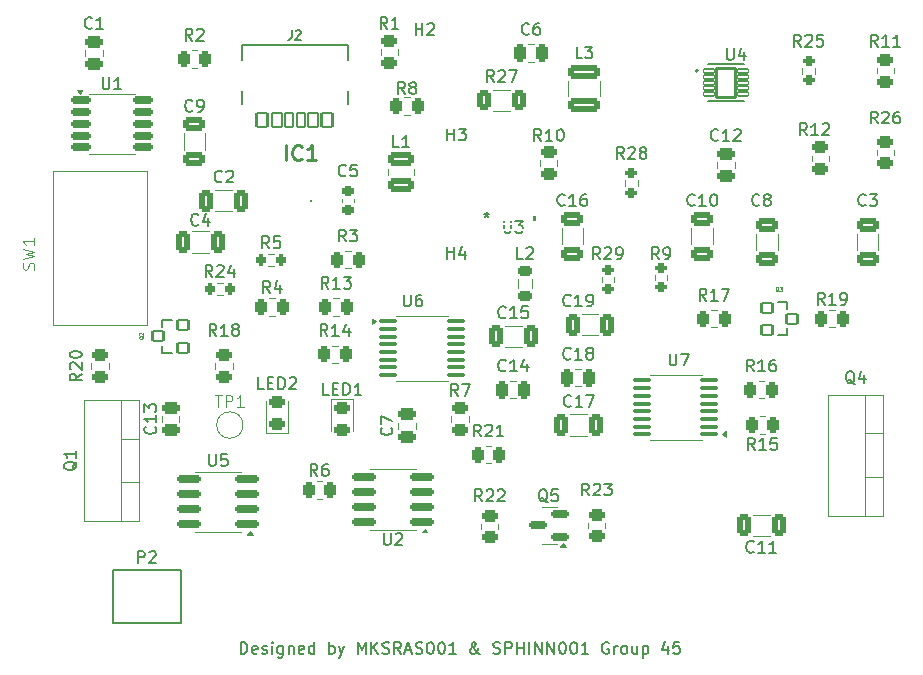
<source format=gbr>
%TF.GenerationSoftware,KiCad,Pcbnew,9.0.0*%
%TF.CreationDate,2025-04-06T21:49:29+02:00*%
%TF.ProjectId,_autosave-Innocent_schematic_without_fuse,5f617574-6f73-4617-9665-2d496e6e6f63,rev?*%
%TF.SameCoordinates,Original*%
%TF.FileFunction,Legend,Top*%
%TF.FilePolarity,Positive*%
%FSLAX46Y46*%
G04 Gerber Fmt 4.6, Leading zero omitted, Abs format (unit mm)*
G04 Created by KiCad (PCBNEW 9.0.0) date 2025-04-06 21:49:29*
%MOMM*%
%LPD*%
G01*
G04 APERTURE LIST*
G04 Aperture macros list*
%AMRoundRect*
0 Rectangle with rounded corners*
0 $1 Rounding radius*
0 $2 $3 $4 $5 $6 $7 $8 $9 X,Y pos of 4 corners*
0 Add a 4 corners polygon primitive as box body*
4,1,4,$2,$3,$4,$5,$6,$7,$8,$9,$2,$3,0*
0 Add four circle primitives for the rounded corners*
1,1,$1+$1,$2,$3*
1,1,$1+$1,$4,$5*
1,1,$1+$1,$6,$7*
1,1,$1+$1,$8,$9*
0 Add four rect primitives between the rounded corners*
20,1,$1+$1,$2,$3,$4,$5,0*
20,1,$1+$1,$4,$5,$6,$7,0*
20,1,$1+$1,$6,$7,$8,$9,0*
20,1,$1+$1,$8,$9,$2,$3,0*%
G04 Aperture macros list end*
%ADD10C,0.200000*%
%ADD11C,0.150000*%
%ADD12C,0.040000*%
%ADD13C,0.254000*%
%ADD14C,0.100000*%
%ADD15C,0.080000*%
%ADD16C,0.120000*%
%ADD17C,0.203200*%
%ADD18C,0.000000*%
%ADD19C,0.127000*%
%ADD20RoundRect,0.250000X0.450000X-0.262500X0.450000X0.262500X-0.450000X0.262500X-0.450000X-0.262500X0*%
%ADD21RoundRect,0.250000X0.325000X0.650000X-0.325000X0.650000X-0.325000X-0.650000X0.325000X-0.650000X0*%
%ADD22RoundRect,0.250000X1.075000X-0.375000X1.075000X0.375000X-1.075000X0.375000X-1.075000X-0.375000X0*%
%ADD23RoundRect,0.225000X-0.250000X0.225000X-0.250000X-0.225000X0.250000X-0.225000X0.250000X0.225000X0*%
%ADD24RoundRect,0.102000X0.450000X0.400000X-0.450000X0.400000X-0.450000X-0.400000X0.450000X-0.400000X0*%
%ADD25RoundRect,0.250000X0.475000X-0.250000X0.475000X0.250000X-0.475000X0.250000X-0.475000X-0.250000X0*%
%ADD26C,3.500000*%
%ADD27RoundRect,0.250000X0.312500X0.625000X-0.312500X0.625000X-0.312500X-0.625000X0.312500X-0.625000X0*%
%ADD28R,0.812800X0.254000*%
%ADD29R,0.254000X0.812800*%
%ADD30R,0.700000X0.250000*%
%ADD31RoundRect,0.250000X-0.250000X-0.475000X0.250000X-0.475000X0.250000X0.475000X-0.250000X0.475000X0*%
%ADD32RoundRect,0.250000X0.262500X0.450000X-0.262500X0.450000X-0.262500X-0.450000X0.262500X-0.450000X0*%
%ADD33RoundRect,0.218750X0.381250X-0.218750X0.381250X0.218750X-0.381250X0.218750X-0.381250X-0.218750X0*%
%ADD34RoundRect,0.200000X-0.275000X0.200000X-0.275000X-0.200000X0.275000X-0.200000X0.275000X0.200000X0*%
%ADD35RoundRect,0.250000X-0.650000X0.325000X-0.650000X-0.325000X0.650000X-0.325000X0.650000X0.325000X0*%
%ADD36RoundRect,0.250000X-0.450000X0.262500X-0.450000X-0.262500X0.450000X-0.262500X0.450000X0.262500X0*%
%ADD37C,1.712000*%
%ADD38RoundRect,0.250000X0.650000X-0.325000X0.650000X0.325000X-0.650000X0.325000X-0.650000X-0.325000X0*%
%ADD39R,0.600000X0.250000*%
%ADD40RoundRect,0.250000X-0.262500X-0.450000X0.262500X-0.450000X0.262500X0.450000X-0.262500X0.450000X0*%
%ADD41RoundRect,0.250000X0.850000X-0.375000X0.850000X0.375000X-0.850000X0.375000X-0.850000X-0.375000X0*%
%ADD42RoundRect,0.243750X-0.456250X0.243750X-0.456250X-0.243750X0.456250X-0.243750X0.456250X0.243750X0*%
%ADD43R,3.000000X1.800000*%
%ADD44RoundRect,0.058000X-0.449000X-0.174000X0.449000X-0.174000X0.449000X0.174000X-0.449000X0.174000X0*%
%ADD45RoundRect,0.102000X-0.815000X-1.240000X0.815000X-1.240000X0.815000X1.240000X-0.815000X1.240000X0*%
%ADD46RoundRect,0.200000X0.275000X-0.200000X0.275000X0.200000X-0.275000X0.200000X-0.275000X-0.200000X0*%
%ADD47RoundRect,0.200000X-0.200000X-0.275000X0.200000X-0.275000X0.200000X0.275000X-0.200000X0.275000X0*%
%ADD48R,2.460000X2.310000*%
%ADD49RoundRect,0.100000X0.687500X0.100000X-0.687500X0.100000X-0.687500X-0.100000X0.687500X-0.100000X0*%
%ADD50RoundRect,0.150000X0.825000X0.150000X-0.825000X0.150000X-0.825000X-0.150000X0.825000X-0.150000X0*%
%ADD51RoundRect,0.250000X-0.325000X-0.650000X0.325000X-0.650000X0.325000X0.650000X-0.325000X0.650000X0*%
%ADD52C,1.905000*%
%ADD53RoundRect,0.150000X0.587500X0.150000X-0.587500X0.150000X-0.587500X-0.150000X0.587500X-0.150000X0*%
%ADD54RoundRect,0.100000X-0.687500X-0.100000X0.687500X-0.100000X0.687500X0.100000X-0.687500X0.100000X0*%
%ADD55R,2.000000X1.905000*%
%ADD56O,2.000000X1.905000*%
%ADD57RoundRect,0.102000X-0.450000X-0.400000X0.450000X-0.400000X0.450000X0.400000X-0.450000X0.400000X0*%
%ADD58RoundRect,0.250000X0.250000X0.475000X-0.250000X0.475000X-0.250000X-0.475000X0.250000X-0.475000X0*%
%ADD59RoundRect,0.102000X0.350000X0.575000X-0.350000X0.575000X-0.350000X-0.575000X0.350000X-0.575000X0*%
%ADD60RoundRect,0.102000X0.400000X0.575000X-0.400000X0.575000X-0.400000X-0.575000X0.400000X-0.575000X0*%
%ADD61RoundRect,0.102000X0.450000X0.575000X-0.450000X0.575000X-0.450000X-0.575000X0.450000X-0.575000X0*%
%ADD62O,1.204000X2.204000*%
%ADD63R,2.410000X3.300000*%
%ADD64RoundRect,0.150000X-0.687500X-0.150000X0.687500X-0.150000X0.687500X0.150000X-0.687500X0.150000X0*%
%ADD65R,2.100000X3.300000*%
%ADD66RoundRect,0.243750X0.456250X-0.243750X0.456250X0.243750X-0.456250X0.243750X-0.456250X-0.243750X0*%
%ADD67R,1.700000X1.700000*%
%ADD68O,1.700000X1.700000*%
G04 APERTURE END LIST*
D10*
X127928570Y-112367219D02*
X127928570Y-111367219D01*
X127928570Y-111367219D02*
X128166665Y-111367219D01*
X128166665Y-111367219D02*
X128309522Y-111414838D01*
X128309522Y-111414838D02*
X128404760Y-111510076D01*
X128404760Y-111510076D02*
X128452379Y-111605314D01*
X128452379Y-111605314D02*
X128499998Y-111795790D01*
X128499998Y-111795790D02*
X128499998Y-111938647D01*
X128499998Y-111938647D02*
X128452379Y-112129123D01*
X128452379Y-112129123D02*
X128404760Y-112224361D01*
X128404760Y-112224361D02*
X128309522Y-112319600D01*
X128309522Y-112319600D02*
X128166665Y-112367219D01*
X128166665Y-112367219D02*
X127928570Y-112367219D01*
X129309522Y-112319600D02*
X129214284Y-112367219D01*
X129214284Y-112367219D02*
X129023808Y-112367219D01*
X129023808Y-112367219D02*
X128928570Y-112319600D01*
X128928570Y-112319600D02*
X128880951Y-112224361D01*
X128880951Y-112224361D02*
X128880951Y-111843409D01*
X128880951Y-111843409D02*
X128928570Y-111748171D01*
X128928570Y-111748171D02*
X129023808Y-111700552D01*
X129023808Y-111700552D02*
X129214284Y-111700552D01*
X129214284Y-111700552D02*
X129309522Y-111748171D01*
X129309522Y-111748171D02*
X129357141Y-111843409D01*
X129357141Y-111843409D02*
X129357141Y-111938647D01*
X129357141Y-111938647D02*
X128880951Y-112033885D01*
X129738094Y-112319600D02*
X129833332Y-112367219D01*
X129833332Y-112367219D02*
X130023808Y-112367219D01*
X130023808Y-112367219D02*
X130119046Y-112319600D01*
X130119046Y-112319600D02*
X130166665Y-112224361D01*
X130166665Y-112224361D02*
X130166665Y-112176742D01*
X130166665Y-112176742D02*
X130119046Y-112081504D01*
X130119046Y-112081504D02*
X130023808Y-112033885D01*
X130023808Y-112033885D02*
X129880951Y-112033885D01*
X129880951Y-112033885D02*
X129785713Y-111986266D01*
X129785713Y-111986266D02*
X129738094Y-111891028D01*
X129738094Y-111891028D02*
X129738094Y-111843409D01*
X129738094Y-111843409D02*
X129785713Y-111748171D01*
X129785713Y-111748171D02*
X129880951Y-111700552D01*
X129880951Y-111700552D02*
X130023808Y-111700552D01*
X130023808Y-111700552D02*
X130119046Y-111748171D01*
X130595237Y-112367219D02*
X130595237Y-111700552D01*
X130595237Y-111367219D02*
X130547618Y-111414838D01*
X130547618Y-111414838D02*
X130595237Y-111462457D01*
X130595237Y-111462457D02*
X130642856Y-111414838D01*
X130642856Y-111414838D02*
X130595237Y-111367219D01*
X130595237Y-111367219D02*
X130595237Y-111462457D01*
X131499998Y-111700552D02*
X131499998Y-112510076D01*
X131499998Y-112510076D02*
X131452379Y-112605314D01*
X131452379Y-112605314D02*
X131404760Y-112652933D01*
X131404760Y-112652933D02*
X131309522Y-112700552D01*
X131309522Y-112700552D02*
X131166665Y-112700552D01*
X131166665Y-112700552D02*
X131071427Y-112652933D01*
X131499998Y-112319600D02*
X131404760Y-112367219D01*
X131404760Y-112367219D02*
X131214284Y-112367219D01*
X131214284Y-112367219D02*
X131119046Y-112319600D01*
X131119046Y-112319600D02*
X131071427Y-112271980D01*
X131071427Y-112271980D02*
X131023808Y-112176742D01*
X131023808Y-112176742D02*
X131023808Y-111891028D01*
X131023808Y-111891028D02*
X131071427Y-111795790D01*
X131071427Y-111795790D02*
X131119046Y-111748171D01*
X131119046Y-111748171D02*
X131214284Y-111700552D01*
X131214284Y-111700552D02*
X131404760Y-111700552D01*
X131404760Y-111700552D02*
X131499998Y-111748171D01*
X131976189Y-111700552D02*
X131976189Y-112367219D01*
X131976189Y-111795790D02*
X132023808Y-111748171D01*
X132023808Y-111748171D02*
X132119046Y-111700552D01*
X132119046Y-111700552D02*
X132261903Y-111700552D01*
X132261903Y-111700552D02*
X132357141Y-111748171D01*
X132357141Y-111748171D02*
X132404760Y-111843409D01*
X132404760Y-111843409D02*
X132404760Y-112367219D01*
X133261903Y-112319600D02*
X133166665Y-112367219D01*
X133166665Y-112367219D02*
X132976189Y-112367219D01*
X132976189Y-112367219D02*
X132880951Y-112319600D01*
X132880951Y-112319600D02*
X132833332Y-112224361D01*
X132833332Y-112224361D02*
X132833332Y-111843409D01*
X132833332Y-111843409D02*
X132880951Y-111748171D01*
X132880951Y-111748171D02*
X132976189Y-111700552D01*
X132976189Y-111700552D02*
X133166665Y-111700552D01*
X133166665Y-111700552D02*
X133261903Y-111748171D01*
X133261903Y-111748171D02*
X133309522Y-111843409D01*
X133309522Y-111843409D02*
X133309522Y-111938647D01*
X133309522Y-111938647D02*
X132833332Y-112033885D01*
X134166665Y-112367219D02*
X134166665Y-111367219D01*
X134166665Y-112319600D02*
X134071427Y-112367219D01*
X134071427Y-112367219D02*
X133880951Y-112367219D01*
X133880951Y-112367219D02*
X133785713Y-112319600D01*
X133785713Y-112319600D02*
X133738094Y-112271980D01*
X133738094Y-112271980D02*
X133690475Y-112176742D01*
X133690475Y-112176742D02*
X133690475Y-111891028D01*
X133690475Y-111891028D02*
X133738094Y-111795790D01*
X133738094Y-111795790D02*
X133785713Y-111748171D01*
X133785713Y-111748171D02*
X133880951Y-111700552D01*
X133880951Y-111700552D02*
X134071427Y-111700552D01*
X134071427Y-111700552D02*
X134166665Y-111748171D01*
X135404761Y-112367219D02*
X135404761Y-111367219D01*
X135404761Y-111748171D02*
X135499999Y-111700552D01*
X135499999Y-111700552D02*
X135690475Y-111700552D01*
X135690475Y-111700552D02*
X135785713Y-111748171D01*
X135785713Y-111748171D02*
X135833332Y-111795790D01*
X135833332Y-111795790D02*
X135880951Y-111891028D01*
X135880951Y-111891028D02*
X135880951Y-112176742D01*
X135880951Y-112176742D02*
X135833332Y-112271980D01*
X135833332Y-112271980D02*
X135785713Y-112319600D01*
X135785713Y-112319600D02*
X135690475Y-112367219D01*
X135690475Y-112367219D02*
X135499999Y-112367219D01*
X135499999Y-112367219D02*
X135404761Y-112319600D01*
X136214285Y-111700552D02*
X136452380Y-112367219D01*
X136690475Y-111700552D02*
X136452380Y-112367219D01*
X136452380Y-112367219D02*
X136357142Y-112605314D01*
X136357142Y-112605314D02*
X136309523Y-112652933D01*
X136309523Y-112652933D02*
X136214285Y-112700552D01*
X137833333Y-112367219D02*
X137833333Y-111367219D01*
X137833333Y-111367219D02*
X138166666Y-112081504D01*
X138166666Y-112081504D02*
X138499999Y-111367219D01*
X138499999Y-111367219D02*
X138499999Y-112367219D01*
X138976190Y-112367219D02*
X138976190Y-111367219D01*
X139547618Y-112367219D02*
X139119047Y-111795790D01*
X139547618Y-111367219D02*
X138976190Y-111938647D01*
X139928571Y-112319600D02*
X140071428Y-112367219D01*
X140071428Y-112367219D02*
X140309523Y-112367219D01*
X140309523Y-112367219D02*
X140404761Y-112319600D01*
X140404761Y-112319600D02*
X140452380Y-112271980D01*
X140452380Y-112271980D02*
X140499999Y-112176742D01*
X140499999Y-112176742D02*
X140499999Y-112081504D01*
X140499999Y-112081504D02*
X140452380Y-111986266D01*
X140452380Y-111986266D02*
X140404761Y-111938647D01*
X140404761Y-111938647D02*
X140309523Y-111891028D01*
X140309523Y-111891028D02*
X140119047Y-111843409D01*
X140119047Y-111843409D02*
X140023809Y-111795790D01*
X140023809Y-111795790D02*
X139976190Y-111748171D01*
X139976190Y-111748171D02*
X139928571Y-111652933D01*
X139928571Y-111652933D02*
X139928571Y-111557695D01*
X139928571Y-111557695D02*
X139976190Y-111462457D01*
X139976190Y-111462457D02*
X140023809Y-111414838D01*
X140023809Y-111414838D02*
X140119047Y-111367219D01*
X140119047Y-111367219D02*
X140357142Y-111367219D01*
X140357142Y-111367219D02*
X140499999Y-111414838D01*
X141499999Y-112367219D02*
X141166666Y-111891028D01*
X140928571Y-112367219D02*
X140928571Y-111367219D01*
X140928571Y-111367219D02*
X141309523Y-111367219D01*
X141309523Y-111367219D02*
X141404761Y-111414838D01*
X141404761Y-111414838D02*
X141452380Y-111462457D01*
X141452380Y-111462457D02*
X141499999Y-111557695D01*
X141499999Y-111557695D02*
X141499999Y-111700552D01*
X141499999Y-111700552D02*
X141452380Y-111795790D01*
X141452380Y-111795790D02*
X141404761Y-111843409D01*
X141404761Y-111843409D02*
X141309523Y-111891028D01*
X141309523Y-111891028D02*
X140928571Y-111891028D01*
X141880952Y-112081504D02*
X142357142Y-112081504D01*
X141785714Y-112367219D02*
X142119047Y-111367219D01*
X142119047Y-111367219D02*
X142452380Y-112367219D01*
X142738095Y-112319600D02*
X142880952Y-112367219D01*
X142880952Y-112367219D02*
X143119047Y-112367219D01*
X143119047Y-112367219D02*
X143214285Y-112319600D01*
X143214285Y-112319600D02*
X143261904Y-112271980D01*
X143261904Y-112271980D02*
X143309523Y-112176742D01*
X143309523Y-112176742D02*
X143309523Y-112081504D01*
X143309523Y-112081504D02*
X143261904Y-111986266D01*
X143261904Y-111986266D02*
X143214285Y-111938647D01*
X143214285Y-111938647D02*
X143119047Y-111891028D01*
X143119047Y-111891028D02*
X142928571Y-111843409D01*
X142928571Y-111843409D02*
X142833333Y-111795790D01*
X142833333Y-111795790D02*
X142785714Y-111748171D01*
X142785714Y-111748171D02*
X142738095Y-111652933D01*
X142738095Y-111652933D02*
X142738095Y-111557695D01*
X142738095Y-111557695D02*
X142785714Y-111462457D01*
X142785714Y-111462457D02*
X142833333Y-111414838D01*
X142833333Y-111414838D02*
X142928571Y-111367219D01*
X142928571Y-111367219D02*
X143166666Y-111367219D01*
X143166666Y-111367219D02*
X143309523Y-111414838D01*
X143928571Y-111367219D02*
X144023809Y-111367219D01*
X144023809Y-111367219D02*
X144119047Y-111414838D01*
X144119047Y-111414838D02*
X144166666Y-111462457D01*
X144166666Y-111462457D02*
X144214285Y-111557695D01*
X144214285Y-111557695D02*
X144261904Y-111748171D01*
X144261904Y-111748171D02*
X144261904Y-111986266D01*
X144261904Y-111986266D02*
X144214285Y-112176742D01*
X144214285Y-112176742D02*
X144166666Y-112271980D01*
X144166666Y-112271980D02*
X144119047Y-112319600D01*
X144119047Y-112319600D02*
X144023809Y-112367219D01*
X144023809Y-112367219D02*
X143928571Y-112367219D01*
X143928571Y-112367219D02*
X143833333Y-112319600D01*
X143833333Y-112319600D02*
X143785714Y-112271980D01*
X143785714Y-112271980D02*
X143738095Y-112176742D01*
X143738095Y-112176742D02*
X143690476Y-111986266D01*
X143690476Y-111986266D02*
X143690476Y-111748171D01*
X143690476Y-111748171D02*
X143738095Y-111557695D01*
X143738095Y-111557695D02*
X143785714Y-111462457D01*
X143785714Y-111462457D02*
X143833333Y-111414838D01*
X143833333Y-111414838D02*
X143928571Y-111367219D01*
X144880952Y-111367219D02*
X144976190Y-111367219D01*
X144976190Y-111367219D02*
X145071428Y-111414838D01*
X145071428Y-111414838D02*
X145119047Y-111462457D01*
X145119047Y-111462457D02*
X145166666Y-111557695D01*
X145166666Y-111557695D02*
X145214285Y-111748171D01*
X145214285Y-111748171D02*
X145214285Y-111986266D01*
X145214285Y-111986266D02*
X145166666Y-112176742D01*
X145166666Y-112176742D02*
X145119047Y-112271980D01*
X145119047Y-112271980D02*
X145071428Y-112319600D01*
X145071428Y-112319600D02*
X144976190Y-112367219D01*
X144976190Y-112367219D02*
X144880952Y-112367219D01*
X144880952Y-112367219D02*
X144785714Y-112319600D01*
X144785714Y-112319600D02*
X144738095Y-112271980D01*
X144738095Y-112271980D02*
X144690476Y-112176742D01*
X144690476Y-112176742D02*
X144642857Y-111986266D01*
X144642857Y-111986266D02*
X144642857Y-111748171D01*
X144642857Y-111748171D02*
X144690476Y-111557695D01*
X144690476Y-111557695D02*
X144738095Y-111462457D01*
X144738095Y-111462457D02*
X144785714Y-111414838D01*
X144785714Y-111414838D02*
X144880952Y-111367219D01*
X146166666Y-112367219D02*
X145595238Y-112367219D01*
X145880952Y-112367219D02*
X145880952Y-111367219D01*
X145880952Y-111367219D02*
X145785714Y-111510076D01*
X145785714Y-111510076D02*
X145690476Y-111605314D01*
X145690476Y-111605314D02*
X145595238Y-111652933D01*
X148166667Y-112367219D02*
X148119048Y-112367219D01*
X148119048Y-112367219D02*
X148023809Y-112319600D01*
X148023809Y-112319600D02*
X147880952Y-112176742D01*
X147880952Y-112176742D02*
X147642857Y-111891028D01*
X147642857Y-111891028D02*
X147547619Y-111748171D01*
X147547619Y-111748171D02*
X147500000Y-111605314D01*
X147500000Y-111605314D02*
X147500000Y-111510076D01*
X147500000Y-111510076D02*
X147547619Y-111414838D01*
X147547619Y-111414838D02*
X147642857Y-111367219D01*
X147642857Y-111367219D02*
X147690476Y-111367219D01*
X147690476Y-111367219D02*
X147785714Y-111414838D01*
X147785714Y-111414838D02*
X147833333Y-111510076D01*
X147833333Y-111510076D02*
X147833333Y-111557695D01*
X147833333Y-111557695D02*
X147785714Y-111652933D01*
X147785714Y-111652933D02*
X147738095Y-111700552D01*
X147738095Y-111700552D02*
X147452381Y-111891028D01*
X147452381Y-111891028D02*
X147404762Y-111938647D01*
X147404762Y-111938647D02*
X147357143Y-112033885D01*
X147357143Y-112033885D02*
X147357143Y-112176742D01*
X147357143Y-112176742D02*
X147404762Y-112271980D01*
X147404762Y-112271980D02*
X147452381Y-112319600D01*
X147452381Y-112319600D02*
X147547619Y-112367219D01*
X147547619Y-112367219D02*
X147690476Y-112367219D01*
X147690476Y-112367219D02*
X147785714Y-112319600D01*
X147785714Y-112319600D02*
X147833333Y-112271980D01*
X147833333Y-112271980D02*
X147976190Y-112081504D01*
X147976190Y-112081504D02*
X148023809Y-111938647D01*
X148023809Y-111938647D02*
X148023809Y-111843409D01*
X149309524Y-112319600D02*
X149452381Y-112367219D01*
X149452381Y-112367219D02*
X149690476Y-112367219D01*
X149690476Y-112367219D02*
X149785714Y-112319600D01*
X149785714Y-112319600D02*
X149833333Y-112271980D01*
X149833333Y-112271980D02*
X149880952Y-112176742D01*
X149880952Y-112176742D02*
X149880952Y-112081504D01*
X149880952Y-112081504D02*
X149833333Y-111986266D01*
X149833333Y-111986266D02*
X149785714Y-111938647D01*
X149785714Y-111938647D02*
X149690476Y-111891028D01*
X149690476Y-111891028D02*
X149500000Y-111843409D01*
X149500000Y-111843409D02*
X149404762Y-111795790D01*
X149404762Y-111795790D02*
X149357143Y-111748171D01*
X149357143Y-111748171D02*
X149309524Y-111652933D01*
X149309524Y-111652933D02*
X149309524Y-111557695D01*
X149309524Y-111557695D02*
X149357143Y-111462457D01*
X149357143Y-111462457D02*
X149404762Y-111414838D01*
X149404762Y-111414838D02*
X149500000Y-111367219D01*
X149500000Y-111367219D02*
X149738095Y-111367219D01*
X149738095Y-111367219D02*
X149880952Y-111414838D01*
X150309524Y-112367219D02*
X150309524Y-111367219D01*
X150309524Y-111367219D02*
X150690476Y-111367219D01*
X150690476Y-111367219D02*
X150785714Y-111414838D01*
X150785714Y-111414838D02*
X150833333Y-111462457D01*
X150833333Y-111462457D02*
X150880952Y-111557695D01*
X150880952Y-111557695D02*
X150880952Y-111700552D01*
X150880952Y-111700552D02*
X150833333Y-111795790D01*
X150833333Y-111795790D02*
X150785714Y-111843409D01*
X150785714Y-111843409D02*
X150690476Y-111891028D01*
X150690476Y-111891028D02*
X150309524Y-111891028D01*
X151309524Y-112367219D02*
X151309524Y-111367219D01*
X151309524Y-111843409D02*
X151880952Y-111843409D01*
X151880952Y-112367219D02*
X151880952Y-111367219D01*
X152357143Y-112367219D02*
X152357143Y-111367219D01*
X152833333Y-112367219D02*
X152833333Y-111367219D01*
X152833333Y-111367219D02*
X153404761Y-112367219D01*
X153404761Y-112367219D02*
X153404761Y-111367219D01*
X153880952Y-112367219D02*
X153880952Y-111367219D01*
X153880952Y-111367219D02*
X154452380Y-112367219D01*
X154452380Y-112367219D02*
X154452380Y-111367219D01*
X155119047Y-111367219D02*
X155214285Y-111367219D01*
X155214285Y-111367219D02*
X155309523Y-111414838D01*
X155309523Y-111414838D02*
X155357142Y-111462457D01*
X155357142Y-111462457D02*
X155404761Y-111557695D01*
X155404761Y-111557695D02*
X155452380Y-111748171D01*
X155452380Y-111748171D02*
X155452380Y-111986266D01*
X155452380Y-111986266D02*
X155404761Y-112176742D01*
X155404761Y-112176742D02*
X155357142Y-112271980D01*
X155357142Y-112271980D02*
X155309523Y-112319600D01*
X155309523Y-112319600D02*
X155214285Y-112367219D01*
X155214285Y-112367219D02*
X155119047Y-112367219D01*
X155119047Y-112367219D02*
X155023809Y-112319600D01*
X155023809Y-112319600D02*
X154976190Y-112271980D01*
X154976190Y-112271980D02*
X154928571Y-112176742D01*
X154928571Y-112176742D02*
X154880952Y-111986266D01*
X154880952Y-111986266D02*
X154880952Y-111748171D01*
X154880952Y-111748171D02*
X154928571Y-111557695D01*
X154928571Y-111557695D02*
X154976190Y-111462457D01*
X154976190Y-111462457D02*
X155023809Y-111414838D01*
X155023809Y-111414838D02*
X155119047Y-111367219D01*
X156071428Y-111367219D02*
X156166666Y-111367219D01*
X156166666Y-111367219D02*
X156261904Y-111414838D01*
X156261904Y-111414838D02*
X156309523Y-111462457D01*
X156309523Y-111462457D02*
X156357142Y-111557695D01*
X156357142Y-111557695D02*
X156404761Y-111748171D01*
X156404761Y-111748171D02*
X156404761Y-111986266D01*
X156404761Y-111986266D02*
X156357142Y-112176742D01*
X156357142Y-112176742D02*
X156309523Y-112271980D01*
X156309523Y-112271980D02*
X156261904Y-112319600D01*
X156261904Y-112319600D02*
X156166666Y-112367219D01*
X156166666Y-112367219D02*
X156071428Y-112367219D01*
X156071428Y-112367219D02*
X155976190Y-112319600D01*
X155976190Y-112319600D02*
X155928571Y-112271980D01*
X155928571Y-112271980D02*
X155880952Y-112176742D01*
X155880952Y-112176742D02*
X155833333Y-111986266D01*
X155833333Y-111986266D02*
X155833333Y-111748171D01*
X155833333Y-111748171D02*
X155880952Y-111557695D01*
X155880952Y-111557695D02*
X155928571Y-111462457D01*
X155928571Y-111462457D02*
X155976190Y-111414838D01*
X155976190Y-111414838D02*
X156071428Y-111367219D01*
X157357142Y-112367219D02*
X156785714Y-112367219D01*
X157071428Y-112367219D02*
X157071428Y-111367219D01*
X157071428Y-111367219D02*
X156976190Y-111510076D01*
X156976190Y-111510076D02*
X156880952Y-111605314D01*
X156880952Y-111605314D02*
X156785714Y-111652933D01*
X159071428Y-111414838D02*
X158976190Y-111367219D01*
X158976190Y-111367219D02*
X158833333Y-111367219D01*
X158833333Y-111367219D02*
X158690476Y-111414838D01*
X158690476Y-111414838D02*
X158595238Y-111510076D01*
X158595238Y-111510076D02*
X158547619Y-111605314D01*
X158547619Y-111605314D02*
X158500000Y-111795790D01*
X158500000Y-111795790D02*
X158500000Y-111938647D01*
X158500000Y-111938647D02*
X158547619Y-112129123D01*
X158547619Y-112129123D02*
X158595238Y-112224361D01*
X158595238Y-112224361D02*
X158690476Y-112319600D01*
X158690476Y-112319600D02*
X158833333Y-112367219D01*
X158833333Y-112367219D02*
X158928571Y-112367219D01*
X158928571Y-112367219D02*
X159071428Y-112319600D01*
X159071428Y-112319600D02*
X159119047Y-112271980D01*
X159119047Y-112271980D02*
X159119047Y-111938647D01*
X159119047Y-111938647D02*
X158928571Y-111938647D01*
X159547619Y-112367219D02*
X159547619Y-111700552D01*
X159547619Y-111891028D02*
X159595238Y-111795790D01*
X159595238Y-111795790D02*
X159642857Y-111748171D01*
X159642857Y-111748171D02*
X159738095Y-111700552D01*
X159738095Y-111700552D02*
X159833333Y-111700552D01*
X160309524Y-112367219D02*
X160214286Y-112319600D01*
X160214286Y-112319600D02*
X160166667Y-112271980D01*
X160166667Y-112271980D02*
X160119048Y-112176742D01*
X160119048Y-112176742D02*
X160119048Y-111891028D01*
X160119048Y-111891028D02*
X160166667Y-111795790D01*
X160166667Y-111795790D02*
X160214286Y-111748171D01*
X160214286Y-111748171D02*
X160309524Y-111700552D01*
X160309524Y-111700552D02*
X160452381Y-111700552D01*
X160452381Y-111700552D02*
X160547619Y-111748171D01*
X160547619Y-111748171D02*
X160595238Y-111795790D01*
X160595238Y-111795790D02*
X160642857Y-111891028D01*
X160642857Y-111891028D02*
X160642857Y-112176742D01*
X160642857Y-112176742D02*
X160595238Y-112271980D01*
X160595238Y-112271980D02*
X160547619Y-112319600D01*
X160547619Y-112319600D02*
X160452381Y-112367219D01*
X160452381Y-112367219D02*
X160309524Y-112367219D01*
X161500000Y-111700552D02*
X161500000Y-112367219D01*
X161071429Y-111700552D02*
X161071429Y-112224361D01*
X161071429Y-112224361D02*
X161119048Y-112319600D01*
X161119048Y-112319600D02*
X161214286Y-112367219D01*
X161214286Y-112367219D02*
X161357143Y-112367219D01*
X161357143Y-112367219D02*
X161452381Y-112319600D01*
X161452381Y-112319600D02*
X161500000Y-112271980D01*
X161976191Y-111700552D02*
X161976191Y-112700552D01*
X161976191Y-111748171D02*
X162071429Y-111700552D01*
X162071429Y-111700552D02*
X162261905Y-111700552D01*
X162261905Y-111700552D02*
X162357143Y-111748171D01*
X162357143Y-111748171D02*
X162404762Y-111795790D01*
X162404762Y-111795790D02*
X162452381Y-111891028D01*
X162452381Y-111891028D02*
X162452381Y-112176742D01*
X162452381Y-112176742D02*
X162404762Y-112271980D01*
X162404762Y-112271980D02*
X162357143Y-112319600D01*
X162357143Y-112319600D02*
X162261905Y-112367219D01*
X162261905Y-112367219D02*
X162071429Y-112367219D01*
X162071429Y-112367219D02*
X161976191Y-112319600D01*
X164071429Y-111700552D02*
X164071429Y-112367219D01*
X163833334Y-111319600D02*
X163595239Y-112033885D01*
X163595239Y-112033885D02*
X164214286Y-112033885D01*
X165071429Y-111367219D02*
X164595239Y-111367219D01*
X164595239Y-111367219D02*
X164547620Y-111843409D01*
X164547620Y-111843409D02*
X164595239Y-111795790D01*
X164595239Y-111795790D02*
X164690477Y-111748171D01*
X164690477Y-111748171D02*
X164928572Y-111748171D01*
X164928572Y-111748171D02*
X165023810Y-111795790D01*
X165023810Y-111795790D02*
X165071429Y-111843409D01*
X165071429Y-111843409D02*
X165119048Y-111938647D01*
X165119048Y-111938647D02*
X165119048Y-112176742D01*
X165119048Y-112176742D02*
X165071429Y-112271980D01*
X165071429Y-112271980D02*
X165023810Y-112319600D01*
X165023810Y-112319600D02*
X164928572Y-112367219D01*
X164928572Y-112367219D02*
X164690477Y-112367219D01*
X164690477Y-112367219D02*
X164595239Y-112319600D01*
X164595239Y-112319600D02*
X164547620Y-112271980D01*
D11*
X181857142Y-60954819D02*
X181523809Y-60478628D01*
X181285714Y-60954819D02*
X181285714Y-59954819D01*
X181285714Y-59954819D02*
X181666666Y-59954819D01*
X181666666Y-59954819D02*
X181761904Y-60002438D01*
X181761904Y-60002438D02*
X181809523Y-60050057D01*
X181809523Y-60050057D02*
X181857142Y-60145295D01*
X181857142Y-60145295D02*
X181857142Y-60288152D01*
X181857142Y-60288152D02*
X181809523Y-60383390D01*
X181809523Y-60383390D02*
X181761904Y-60431009D01*
X181761904Y-60431009D02*
X181666666Y-60478628D01*
X181666666Y-60478628D02*
X181285714Y-60478628D01*
X182809523Y-60954819D02*
X182238095Y-60954819D01*
X182523809Y-60954819D02*
X182523809Y-59954819D01*
X182523809Y-59954819D02*
X182428571Y-60097676D01*
X182428571Y-60097676D02*
X182333333Y-60192914D01*
X182333333Y-60192914D02*
X182238095Y-60240533D01*
X183761904Y-60954819D02*
X183190476Y-60954819D01*
X183476190Y-60954819D02*
X183476190Y-59954819D01*
X183476190Y-59954819D02*
X183380952Y-60097676D01*
X183380952Y-60097676D02*
X183285714Y-60192914D01*
X183285714Y-60192914D02*
X183190476Y-60240533D01*
X126333333Y-72359580D02*
X126285714Y-72407200D01*
X126285714Y-72407200D02*
X126142857Y-72454819D01*
X126142857Y-72454819D02*
X126047619Y-72454819D01*
X126047619Y-72454819D02*
X125904762Y-72407200D01*
X125904762Y-72407200D02*
X125809524Y-72311961D01*
X125809524Y-72311961D02*
X125761905Y-72216723D01*
X125761905Y-72216723D02*
X125714286Y-72026247D01*
X125714286Y-72026247D02*
X125714286Y-71883390D01*
X125714286Y-71883390D02*
X125761905Y-71692914D01*
X125761905Y-71692914D02*
X125809524Y-71597676D01*
X125809524Y-71597676D02*
X125904762Y-71502438D01*
X125904762Y-71502438D02*
X126047619Y-71454819D01*
X126047619Y-71454819D02*
X126142857Y-71454819D01*
X126142857Y-71454819D02*
X126285714Y-71502438D01*
X126285714Y-71502438D02*
X126333333Y-71550057D01*
X126714286Y-71550057D02*
X126761905Y-71502438D01*
X126761905Y-71502438D02*
X126857143Y-71454819D01*
X126857143Y-71454819D02*
X127095238Y-71454819D01*
X127095238Y-71454819D02*
X127190476Y-71502438D01*
X127190476Y-71502438D02*
X127238095Y-71550057D01*
X127238095Y-71550057D02*
X127285714Y-71645295D01*
X127285714Y-71645295D02*
X127285714Y-71740533D01*
X127285714Y-71740533D02*
X127238095Y-71883390D01*
X127238095Y-71883390D02*
X126666667Y-72454819D01*
X126666667Y-72454819D02*
X127285714Y-72454819D01*
X156833333Y-61954819D02*
X156357143Y-61954819D01*
X156357143Y-61954819D02*
X156357143Y-60954819D01*
X157071429Y-60954819D02*
X157690476Y-60954819D01*
X157690476Y-60954819D02*
X157357143Y-61335771D01*
X157357143Y-61335771D02*
X157500000Y-61335771D01*
X157500000Y-61335771D02*
X157595238Y-61383390D01*
X157595238Y-61383390D02*
X157642857Y-61431009D01*
X157642857Y-61431009D02*
X157690476Y-61526247D01*
X157690476Y-61526247D02*
X157690476Y-61764342D01*
X157690476Y-61764342D02*
X157642857Y-61859580D01*
X157642857Y-61859580D02*
X157595238Y-61907200D01*
X157595238Y-61907200D02*
X157500000Y-61954819D01*
X157500000Y-61954819D02*
X157214286Y-61954819D01*
X157214286Y-61954819D02*
X157119048Y-61907200D01*
X157119048Y-61907200D02*
X157071429Y-61859580D01*
X136833333Y-71859580D02*
X136785714Y-71907200D01*
X136785714Y-71907200D02*
X136642857Y-71954819D01*
X136642857Y-71954819D02*
X136547619Y-71954819D01*
X136547619Y-71954819D02*
X136404762Y-71907200D01*
X136404762Y-71907200D02*
X136309524Y-71811961D01*
X136309524Y-71811961D02*
X136261905Y-71716723D01*
X136261905Y-71716723D02*
X136214286Y-71526247D01*
X136214286Y-71526247D02*
X136214286Y-71383390D01*
X136214286Y-71383390D02*
X136261905Y-71192914D01*
X136261905Y-71192914D02*
X136309524Y-71097676D01*
X136309524Y-71097676D02*
X136404762Y-71002438D01*
X136404762Y-71002438D02*
X136547619Y-70954819D01*
X136547619Y-70954819D02*
X136642857Y-70954819D01*
X136642857Y-70954819D02*
X136785714Y-71002438D01*
X136785714Y-71002438D02*
X136833333Y-71050057D01*
X137738095Y-70954819D02*
X137261905Y-70954819D01*
X137261905Y-70954819D02*
X137214286Y-71431009D01*
X137214286Y-71431009D02*
X137261905Y-71383390D01*
X137261905Y-71383390D02*
X137357143Y-71335771D01*
X137357143Y-71335771D02*
X137595238Y-71335771D01*
X137595238Y-71335771D02*
X137690476Y-71383390D01*
X137690476Y-71383390D02*
X137738095Y-71431009D01*
X137738095Y-71431009D02*
X137785714Y-71526247D01*
X137785714Y-71526247D02*
X137785714Y-71764342D01*
X137785714Y-71764342D02*
X137738095Y-71859580D01*
X137738095Y-71859580D02*
X137690476Y-71907200D01*
X137690476Y-71907200D02*
X137595238Y-71954819D01*
X137595238Y-71954819D02*
X137357143Y-71954819D01*
X137357143Y-71954819D02*
X137261905Y-71907200D01*
X137261905Y-71907200D02*
X137214286Y-71859580D01*
X153357142Y-68954819D02*
X153023809Y-68478628D01*
X152785714Y-68954819D02*
X152785714Y-67954819D01*
X152785714Y-67954819D02*
X153166666Y-67954819D01*
X153166666Y-67954819D02*
X153261904Y-68002438D01*
X153261904Y-68002438D02*
X153309523Y-68050057D01*
X153309523Y-68050057D02*
X153357142Y-68145295D01*
X153357142Y-68145295D02*
X153357142Y-68288152D01*
X153357142Y-68288152D02*
X153309523Y-68383390D01*
X153309523Y-68383390D02*
X153261904Y-68431009D01*
X153261904Y-68431009D02*
X153166666Y-68478628D01*
X153166666Y-68478628D02*
X152785714Y-68478628D01*
X154309523Y-68954819D02*
X153738095Y-68954819D01*
X154023809Y-68954819D02*
X154023809Y-67954819D01*
X154023809Y-67954819D02*
X153928571Y-68097676D01*
X153928571Y-68097676D02*
X153833333Y-68192914D01*
X153833333Y-68192914D02*
X153738095Y-68240533D01*
X154928571Y-67954819D02*
X155023809Y-67954819D01*
X155023809Y-67954819D02*
X155119047Y-68002438D01*
X155119047Y-68002438D02*
X155166666Y-68050057D01*
X155166666Y-68050057D02*
X155214285Y-68145295D01*
X155214285Y-68145295D02*
X155261904Y-68335771D01*
X155261904Y-68335771D02*
X155261904Y-68573866D01*
X155261904Y-68573866D02*
X155214285Y-68764342D01*
X155214285Y-68764342D02*
X155166666Y-68859580D01*
X155166666Y-68859580D02*
X155119047Y-68907200D01*
X155119047Y-68907200D02*
X155023809Y-68954819D01*
X155023809Y-68954819D02*
X154928571Y-68954819D01*
X154928571Y-68954819D02*
X154833333Y-68907200D01*
X154833333Y-68907200D02*
X154785714Y-68859580D01*
X154785714Y-68859580D02*
X154738095Y-68764342D01*
X154738095Y-68764342D02*
X154690476Y-68573866D01*
X154690476Y-68573866D02*
X154690476Y-68335771D01*
X154690476Y-68335771D02*
X154738095Y-68145295D01*
X154738095Y-68145295D02*
X154785714Y-68050057D01*
X154785714Y-68050057D02*
X154833333Y-68002438D01*
X154833333Y-68002438D02*
X154928571Y-67954819D01*
D12*
X173469523Y-81676434D02*
X173439047Y-81661196D01*
X173439047Y-81661196D02*
X173408571Y-81630720D01*
X173408571Y-81630720D02*
X173362857Y-81585005D01*
X173362857Y-81585005D02*
X173332380Y-81569767D01*
X173332380Y-81569767D02*
X173301904Y-81569767D01*
X173317142Y-81645958D02*
X173286666Y-81630720D01*
X173286666Y-81630720D02*
X173256190Y-81600243D01*
X173256190Y-81600243D02*
X173240952Y-81539291D01*
X173240952Y-81539291D02*
X173240952Y-81432624D01*
X173240952Y-81432624D02*
X173256190Y-81371672D01*
X173256190Y-81371672D02*
X173286666Y-81341196D01*
X173286666Y-81341196D02*
X173317142Y-81325958D01*
X173317142Y-81325958D02*
X173378095Y-81325958D01*
X173378095Y-81325958D02*
X173408571Y-81341196D01*
X173408571Y-81341196D02*
X173439047Y-81371672D01*
X173439047Y-81371672D02*
X173454285Y-81432624D01*
X173454285Y-81432624D02*
X173454285Y-81539291D01*
X173454285Y-81539291D02*
X173439047Y-81600243D01*
X173439047Y-81600243D02*
X173408571Y-81630720D01*
X173408571Y-81630720D02*
X173378095Y-81645958D01*
X173378095Y-81645958D02*
X173317142Y-81645958D01*
X173560952Y-81325958D02*
X173759047Y-81325958D01*
X173759047Y-81325958D02*
X173652380Y-81447862D01*
X173652380Y-81447862D02*
X173698095Y-81447862D01*
X173698095Y-81447862D02*
X173728571Y-81463100D01*
X173728571Y-81463100D02*
X173743809Y-81478339D01*
X173743809Y-81478339D02*
X173759047Y-81508815D01*
X173759047Y-81508815D02*
X173759047Y-81585005D01*
X173759047Y-81585005D02*
X173743809Y-81615481D01*
X173743809Y-81615481D02*
X173728571Y-81630720D01*
X173728571Y-81630720D02*
X173698095Y-81645958D01*
X173698095Y-81645958D02*
X173606666Y-81645958D01*
X173606666Y-81645958D02*
X173576190Y-81630720D01*
X173576190Y-81630720D02*
X173560952Y-81615481D01*
D11*
X115333333Y-59359580D02*
X115285714Y-59407200D01*
X115285714Y-59407200D02*
X115142857Y-59454819D01*
X115142857Y-59454819D02*
X115047619Y-59454819D01*
X115047619Y-59454819D02*
X114904762Y-59407200D01*
X114904762Y-59407200D02*
X114809524Y-59311961D01*
X114809524Y-59311961D02*
X114761905Y-59216723D01*
X114761905Y-59216723D02*
X114714286Y-59026247D01*
X114714286Y-59026247D02*
X114714286Y-58883390D01*
X114714286Y-58883390D02*
X114761905Y-58692914D01*
X114761905Y-58692914D02*
X114809524Y-58597676D01*
X114809524Y-58597676D02*
X114904762Y-58502438D01*
X114904762Y-58502438D02*
X115047619Y-58454819D01*
X115047619Y-58454819D02*
X115142857Y-58454819D01*
X115142857Y-58454819D02*
X115285714Y-58502438D01*
X115285714Y-58502438D02*
X115333333Y-58550057D01*
X116285714Y-59454819D02*
X115714286Y-59454819D01*
X116000000Y-59454819D02*
X116000000Y-58454819D01*
X116000000Y-58454819D02*
X115904762Y-58597676D01*
X115904762Y-58597676D02*
X115809524Y-58692914D01*
X115809524Y-58692914D02*
X115714286Y-58740533D01*
X145418095Y-68904819D02*
X145418095Y-67904819D01*
X145418095Y-68381009D02*
X145989523Y-68381009D01*
X145989523Y-68904819D02*
X145989523Y-67904819D01*
X146370476Y-67904819D02*
X146989523Y-67904819D01*
X146989523Y-67904819D02*
X146656190Y-68285771D01*
X146656190Y-68285771D02*
X146799047Y-68285771D01*
X146799047Y-68285771D02*
X146894285Y-68333390D01*
X146894285Y-68333390D02*
X146941904Y-68381009D01*
X146941904Y-68381009D02*
X146989523Y-68476247D01*
X146989523Y-68476247D02*
X146989523Y-68714342D01*
X146989523Y-68714342D02*
X146941904Y-68809580D01*
X146941904Y-68809580D02*
X146894285Y-68857200D01*
X146894285Y-68857200D02*
X146799047Y-68904819D01*
X146799047Y-68904819D02*
X146513333Y-68904819D01*
X146513333Y-68904819D02*
X146418095Y-68857200D01*
X146418095Y-68857200D02*
X146370476Y-68809580D01*
X149357142Y-63954819D02*
X149023809Y-63478628D01*
X148785714Y-63954819D02*
X148785714Y-62954819D01*
X148785714Y-62954819D02*
X149166666Y-62954819D01*
X149166666Y-62954819D02*
X149261904Y-63002438D01*
X149261904Y-63002438D02*
X149309523Y-63050057D01*
X149309523Y-63050057D02*
X149357142Y-63145295D01*
X149357142Y-63145295D02*
X149357142Y-63288152D01*
X149357142Y-63288152D02*
X149309523Y-63383390D01*
X149309523Y-63383390D02*
X149261904Y-63431009D01*
X149261904Y-63431009D02*
X149166666Y-63478628D01*
X149166666Y-63478628D02*
X148785714Y-63478628D01*
X149738095Y-63050057D02*
X149785714Y-63002438D01*
X149785714Y-63002438D02*
X149880952Y-62954819D01*
X149880952Y-62954819D02*
X150119047Y-62954819D01*
X150119047Y-62954819D02*
X150214285Y-63002438D01*
X150214285Y-63002438D02*
X150261904Y-63050057D01*
X150261904Y-63050057D02*
X150309523Y-63145295D01*
X150309523Y-63145295D02*
X150309523Y-63240533D01*
X150309523Y-63240533D02*
X150261904Y-63383390D01*
X150261904Y-63383390D02*
X149690476Y-63954819D01*
X149690476Y-63954819D02*
X150309523Y-63954819D01*
X150642857Y-62954819D02*
X151309523Y-62954819D01*
X151309523Y-62954819D02*
X150880952Y-63954819D01*
X150238095Y-75704819D02*
X150238095Y-76514342D01*
X150238095Y-76514342D02*
X150285714Y-76609580D01*
X150285714Y-76609580D02*
X150333333Y-76657200D01*
X150333333Y-76657200D02*
X150428571Y-76704819D01*
X150428571Y-76704819D02*
X150619047Y-76704819D01*
X150619047Y-76704819D02*
X150714285Y-76657200D01*
X150714285Y-76657200D02*
X150761904Y-76609580D01*
X150761904Y-76609580D02*
X150809523Y-76514342D01*
X150809523Y-76514342D02*
X150809523Y-75704819D01*
X151190476Y-75704819D02*
X151809523Y-75704819D01*
X151809523Y-75704819D02*
X151476190Y-76085771D01*
X151476190Y-76085771D02*
X151619047Y-76085771D01*
X151619047Y-76085771D02*
X151714285Y-76133390D01*
X151714285Y-76133390D02*
X151761904Y-76181009D01*
X151761904Y-76181009D02*
X151809523Y-76276247D01*
X151809523Y-76276247D02*
X151809523Y-76514342D01*
X151809523Y-76514342D02*
X151761904Y-76609580D01*
X151761904Y-76609580D02*
X151714285Y-76657200D01*
X151714285Y-76657200D02*
X151619047Y-76704819D01*
X151619047Y-76704819D02*
X151333333Y-76704819D01*
X151333333Y-76704819D02*
X151238095Y-76657200D01*
X151238095Y-76657200D02*
X151190476Y-76609580D01*
X148752100Y-74954819D02*
X148752100Y-75192914D01*
X148514005Y-75097676D02*
X148752100Y-75192914D01*
X148752100Y-75192914D02*
X148990195Y-75097676D01*
X148609243Y-75383390D02*
X148752100Y-75192914D01*
X148752100Y-75192914D02*
X148894957Y-75383390D01*
X148752100Y-74954819D02*
X148752100Y-75192914D01*
X148514005Y-75097676D02*
X148752100Y-75192914D01*
X148752100Y-75192914D02*
X148990195Y-75097676D01*
X148609243Y-75383390D02*
X148752100Y-75192914D01*
X148752100Y-75192914D02*
X148894957Y-75383390D01*
X140679580Y-93216666D02*
X140727200Y-93264285D01*
X140727200Y-93264285D02*
X140774819Y-93407142D01*
X140774819Y-93407142D02*
X140774819Y-93502380D01*
X140774819Y-93502380D02*
X140727200Y-93645237D01*
X140727200Y-93645237D02*
X140631961Y-93740475D01*
X140631961Y-93740475D02*
X140536723Y-93788094D01*
X140536723Y-93788094D02*
X140346247Y-93835713D01*
X140346247Y-93835713D02*
X140203390Y-93835713D01*
X140203390Y-93835713D02*
X140012914Y-93788094D01*
X140012914Y-93788094D02*
X139917676Y-93740475D01*
X139917676Y-93740475D02*
X139822438Y-93645237D01*
X139822438Y-93645237D02*
X139774819Y-93502380D01*
X139774819Y-93502380D02*
X139774819Y-93407142D01*
X139774819Y-93407142D02*
X139822438Y-93264285D01*
X139822438Y-93264285D02*
X139870057Y-93216666D01*
X139774819Y-92883332D02*
X139774819Y-92216666D01*
X139774819Y-92216666D02*
X140774819Y-92645237D01*
X152333333Y-59859580D02*
X152285714Y-59907200D01*
X152285714Y-59907200D02*
X152142857Y-59954819D01*
X152142857Y-59954819D02*
X152047619Y-59954819D01*
X152047619Y-59954819D02*
X151904762Y-59907200D01*
X151904762Y-59907200D02*
X151809524Y-59811961D01*
X151809524Y-59811961D02*
X151761905Y-59716723D01*
X151761905Y-59716723D02*
X151714286Y-59526247D01*
X151714286Y-59526247D02*
X151714286Y-59383390D01*
X151714286Y-59383390D02*
X151761905Y-59192914D01*
X151761905Y-59192914D02*
X151809524Y-59097676D01*
X151809524Y-59097676D02*
X151904762Y-59002438D01*
X151904762Y-59002438D02*
X152047619Y-58954819D01*
X152047619Y-58954819D02*
X152142857Y-58954819D01*
X152142857Y-58954819D02*
X152285714Y-59002438D01*
X152285714Y-59002438D02*
X152333333Y-59050057D01*
X153190476Y-58954819D02*
X153000000Y-58954819D01*
X153000000Y-58954819D02*
X152904762Y-59002438D01*
X152904762Y-59002438D02*
X152857143Y-59050057D01*
X152857143Y-59050057D02*
X152761905Y-59192914D01*
X152761905Y-59192914D02*
X152714286Y-59383390D01*
X152714286Y-59383390D02*
X152714286Y-59764342D01*
X152714286Y-59764342D02*
X152761905Y-59859580D01*
X152761905Y-59859580D02*
X152809524Y-59907200D01*
X152809524Y-59907200D02*
X152904762Y-59954819D01*
X152904762Y-59954819D02*
X153095238Y-59954819D01*
X153095238Y-59954819D02*
X153190476Y-59907200D01*
X153190476Y-59907200D02*
X153238095Y-59859580D01*
X153238095Y-59859580D02*
X153285714Y-59764342D01*
X153285714Y-59764342D02*
X153285714Y-59526247D01*
X153285714Y-59526247D02*
X153238095Y-59431009D01*
X153238095Y-59431009D02*
X153190476Y-59383390D01*
X153190476Y-59383390D02*
X153095238Y-59335771D01*
X153095238Y-59335771D02*
X152904762Y-59335771D01*
X152904762Y-59335771D02*
X152809524Y-59383390D01*
X152809524Y-59383390D02*
X152761905Y-59431009D01*
X152761905Y-59431009D02*
X152714286Y-59526247D01*
X148269642Y-93954819D02*
X147936309Y-93478628D01*
X147698214Y-93954819D02*
X147698214Y-92954819D01*
X147698214Y-92954819D02*
X148079166Y-92954819D01*
X148079166Y-92954819D02*
X148174404Y-93002438D01*
X148174404Y-93002438D02*
X148222023Y-93050057D01*
X148222023Y-93050057D02*
X148269642Y-93145295D01*
X148269642Y-93145295D02*
X148269642Y-93288152D01*
X148269642Y-93288152D02*
X148222023Y-93383390D01*
X148222023Y-93383390D02*
X148174404Y-93431009D01*
X148174404Y-93431009D02*
X148079166Y-93478628D01*
X148079166Y-93478628D02*
X147698214Y-93478628D01*
X148650595Y-93050057D02*
X148698214Y-93002438D01*
X148698214Y-93002438D02*
X148793452Y-92954819D01*
X148793452Y-92954819D02*
X149031547Y-92954819D01*
X149031547Y-92954819D02*
X149126785Y-93002438D01*
X149126785Y-93002438D02*
X149174404Y-93050057D01*
X149174404Y-93050057D02*
X149222023Y-93145295D01*
X149222023Y-93145295D02*
X149222023Y-93240533D01*
X149222023Y-93240533D02*
X149174404Y-93383390D01*
X149174404Y-93383390D02*
X148602976Y-93954819D01*
X148602976Y-93954819D02*
X149222023Y-93954819D01*
X150174404Y-93954819D02*
X149602976Y-93954819D01*
X149888690Y-93954819D02*
X149888690Y-92954819D01*
X149888690Y-92954819D02*
X149793452Y-93097676D01*
X149793452Y-93097676D02*
X149698214Y-93192914D01*
X149698214Y-93192914D02*
X149602976Y-93240533D01*
X151833333Y-78954819D02*
X151357143Y-78954819D01*
X151357143Y-78954819D02*
X151357143Y-77954819D01*
X152119048Y-78050057D02*
X152166667Y-78002438D01*
X152166667Y-78002438D02*
X152261905Y-77954819D01*
X152261905Y-77954819D02*
X152500000Y-77954819D01*
X152500000Y-77954819D02*
X152595238Y-78002438D01*
X152595238Y-78002438D02*
X152642857Y-78050057D01*
X152642857Y-78050057D02*
X152690476Y-78145295D01*
X152690476Y-78145295D02*
X152690476Y-78240533D01*
X152690476Y-78240533D02*
X152642857Y-78383390D01*
X152642857Y-78383390D02*
X152071429Y-78954819D01*
X152071429Y-78954819D02*
X152690476Y-78954819D01*
X160357142Y-70454819D02*
X160023809Y-69978628D01*
X159785714Y-70454819D02*
X159785714Y-69454819D01*
X159785714Y-69454819D02*
X160166666Y-69454819D01*
X160166666Y-69454819D02*
X160261904Y-69502438D01*
X160261904Y-69502438D02*
X160309523Y-69550057D01*
X160309523Y-69550057D02*
X160357142Y-69645295D01*
X160357142Y-69645295D02*
X160357142Y-69788152D01*
X160357142Y-69788152D02*
X160309523Y-69883390D01*
X160309523Y-69883390D02*
X160261904Y-69931009D01*
X160261904Y-69931009D02*
X160166666Y-69978628D01*
X160166666Y-69978628D02*
X159785714Y-69978628D01*
X160738095Y-69550057D02*
X160785714Y-69502438D01*
X160785714Y-69502438D02*
X160880952Y-69454819D01*
X160880952Y-69454819D02*
X161119047Y-69454819D01*
X161119047Y-69454819D02*
X161214285Y-69502438D01*
X161214285Y-69502438D02*
X161261904Y-69550057D01*
X161261904Y-69550057D02*
X161309523Y-69645295D01*
X161309523Y-69645295D02*
X161309523Y-69740533D01*
X161309523Y-69740533D02*
X161261904Y-69883390D01*
X161261904Y-69883390D02*
X160690476Y-70454819D01*
X160690476Y-70454819D02*
X161309523Y-70454819D01*
X161880952Y-69883390D02*
X161785714Y-69835771D01*
X161785714Y-69835771D02*
X161738095Y-69788152D01*
X161738095Y-69788152D02*
X161690476Y-69692914D01*
X161690476Y-69692914D02*
X161690476Y-69645295D01*
X161690476Y-69645295D02*
X161738095Y-69550057D01*
X161738095Y-69550057D02*
X161785714Y-69502438D01*
X161785714Y-69502438D02*
X161880952Y-69454819D01*
X161880952Y-69454819D02*
X162071428Y-69454819D01*
X162071428Y-69454819D02*
X162166666Y-69502438D01*
X162166666Y-69502438D02*
X162214285Y-69550057D01*
X162214285Y-69550057D02*
X162261904Y-69645295D01*
X162261904Y-69645295D02*
X162261904Y-69692914D01*
X162261904Y-69692914D02*
X162214285Y-69788152D01*
X162214285Y-69788152D02*
X162166666Y-69835771D01*
X162166666Y-69835771D02*
X162071428Y-69883390D01*
X162071428Y-69883390D02*
X161880952Y-69883390D01*
X161880952Y-69883390D02*
X161785714Y-69931009D01*
X161785714Y-69931009D02*
X161738095Y-69978628D01*
X161738095Y-69978628D02*
X161690476Y-70073866D01*
X161690476Y-70073866D02*
X161690476Y-70264342D01*
X161690476Y-70264342D02*
X161738095Y-70359580D01*
X161738095Y-70359580D02*
X161785714Y-70407200D01*
X161785714Y-70407200D02*
X161880952Y-70454819D01*
X161880952Y-70454819D02*
X162071428Y-70454819D01*
X162071428Y-70454819D02*
X162166666Y-70407200D01*
X162166666Y-70407200D02*
X162214285Y-70359580D01*
X162214285Y-70359580D02*
X162261904Y-70264342D01*
X162261904Y-70264342D02*
X162261904Y-70073866D01*
X162261904Y-70073866D02*
X162214285Y-69978628D01*
X162214285Y-69978628D02*
X162166666Y-69931009D01*
X162166666Y-69931009D02*
X162071428Y-69883390D01*
X171833333Y-74359580D02*
X171785714Y-74407200D01*
X171785714Y-74407200D02*
X171642857Y-74454819D01*
X171642857Y-74454819D02*
X171547619Y-74454819D01*
X171547619Y-74454819D02*
X171404762Y-74407200D01*
X171404762Y-74407200D02*
X171309524Y-74311961D01*
X171309524Y-74311961D02*
X171261905Y-74216723D01*
X171261905Y-74216723D02*
X171214286Y-74026247D01*
X171214286Y-74026247D02*
X171214286Y-73883390D01*
X171214286Y-73883390D02*
X171261905Y-73692914D01*
X171261905Y-73692914D02*
X171309524Y-73597676D01*
X171309524Y-73597676D02*
X171404762Y-73502438D01*
X171404762Y-73502438D02*
X171547619Y-73454819D01*
X171547619Y-73454819D02*
X171642857Y-73454819D01*
X171642857Y-73454819D02*
X171785714Y-73502438D01*
X171785714Y-73502438D02*
X171833333Y-73550057D01*
X172404762Y-73883390D02*
X172309524Y-73835771D01*
X172309524Y-73835771D02*
X172261905Y-73788152D01*
X172261905Y-73788152D02*
X172214286Y-73692914D01*
X172214286Y-73692914D02*
X172214286Y-73645295D01*
X172214286Y-73645295D02*
X172261905Y-73550057D01*
X172261905Y-73550057D02*
X172309524Y-73502438D01*
X172309524Y-73502438D02*
X172404762Y-73454819D01*
X172404762Y-73454819D02*
X172595238Y-73454819D01*
X172595238Y-73454819D02*
X172690476Y-73502438D01*
X172690476Y-73502438D02*
X172738095Y-73550057D01*
X172738095Y-73550057D02*
X172785714Y-73645295D01*
X172785714Y-73645295D02*
X172785714Y-73692914D01*
X172785714Y-73692914D02*
X172738095Y-73788152D01*
X172738095Y-73788152D02*
X172690476Y-73835771D01*
X172690476Y-73835771D02*
X172595238Y-73883390D01*
X172595238Y-73883390D02*
X172404762Y-73883390D01*
X172404762Y-73883390D02*
X172309524Y-73931009D01*
X172309524Y-73931009D02*
X172261905Y-73978628D01*
X172261905Y-73978628D02*
X172214286Y-74073866D01*
X172214286Y-74073866D02*
X172214286Y-74264342D01*
X172214286Y-74264342D02*
X172261905Y-74359580D01*
X172261905Y-74359580D02*
X172309524Y-74407200D01*
X172309524Y-74407200D02*
X172404762Y-74454819D01*
X172404762Y-74454819D02*
X172595238Y-74454819D01*
X172595238Y-74454819D02*
X172690476Y-74407200D01*
X172690476Y-74407200D02*
X172738095Y-74359580D01*
X172738095Y-74359580D02*
X172785714Y-74264342D01*
X172785714Y-74264342D02*
X172785714Y-74073866D01*
X172785714Y-74073866D02*
X172738095Y-73978628D01*
X172738095Y-73978628D02*
X172690476Y-73931009D01*
X172690476Y-73931009D02*
X172595238Y-73883390D01*
X120679580Y-93142857D02*
X120727200Y-93190476D01*
X120727200Y-93190476D02*
X120774819Y-93333333D01*
X120774819Y-93333333D02*
X120774819Y-93428571D01*
X120774819Y-93428571D02*
X120727200Y-93571428D01*
X120727200Y-93571428D02*
X120631961Y-93666666D01*
X120631961Y-93666666D02*
X120536723Y-93714285D01*
X120536723Y-93714285D02*
X120346247Y-93761904D01*
X120346247Y-93761904D02*
X120203390Y-93761904D01*
X120203390Y-93761904D02*
X120012914Y-93714285D01*
X120012914Y-93714285D02*
X119917676Y-93666666D01*
X119917676Y-93666666D02*
X119822438Y-93571428D01*
X119822438Y-93571428D02*
X119774819Y-93428571D01*
X119774819Y-93428571D02*
X119774819Y-93333333D01*
X119774819Y-93333333D02*
X119822438Y-93190476D01*
X119822438Y-93190476D02*
X119870057Y-93142857D01*
X120774819Y-92190476D02*
X120774819Y-92761904D01*
X120774819Y-92476190D02*
X119774819Y-92476190D01*
X119774819Y-92476190D02*
X119917676Y-92571428D01*
X119917676Y-92571428D02*
X120012914Y-92666666D01*
X120012914Y-92666666D02*
X120060533Y-92761904D01*
X119774819Y-91857142D02*
X119774819Y-91238095D01*
X119774819Y-91238095D02*
X120155771Y-91571428D01*
X120155771Y-91571428D02*
X120155771Y-91428571D01*
X120155771Y-91428571D02*
X120203390Y-91333333D01*
X120203390Y-91333333D02*
X120251009Y-91285714D01*
X120251009Y-91285714D02*
X120346247Y-91238095D01*
X120346247Y-91238095D02*
X120584342Y-91238095D01*
X120584342Y-91238095D02*
X120679580Y-91285714D01*
X120679580Y-91285714D02*
X120727200Y-91333333D01*
X120727200Y-91333333D02*
X120774819Y-91428571D01*
X120774819Y-91428571D02*
X120774819Y-91714285D01*
X120774819Y-91714285D02*
X120727200Y-91809523D01*
X120727200Y-91809523D02*
X120679580Y-91857142D01*
X125857142Y-85454819D02*
X125523809Y-84978628D01*
X125285714Y-85454819D02*
X125285714Y-84454819D01*
X125285714Y-84454819D02*
X125666666Y-84454819D01*
X125666666Y-84454819D02*
X125761904Y-84502438D01*
X125761904Y-84502438D02*
X125809523Y-84550057D01*
X125809523Y-84550057D02*
X125857142Y-84645295D01*
X125857142Y-84645295D02*
X125857142Y-84788152D01*
X125857142Y-84788152D02*
X125809523Y-84883390D01*
X125809523Y-84883390D02*
X125761904Y-84931009D01*
X125761904Y-84931009D02*
X125666666Y-84978628D01*
X125666666Y-84978628D02*
X125285714Y-84978628D01*
X126809523Y-85454819D02*
X126238095Y-85454819D01*
X126523809Y-85454819D02*
X126523809Y-84454819D01*
X126523809Y-84454819D02*
X126428571Y-84597676D01*
X126428571Y-84597676D02*
X126333333Y-84692914D01*
X126333333Y-84692914D02*
X126238095Y-84740533D01*
X127380952Y-84883390D02*
X127285714Y-84835771D01*
X127285714Y-84835771D02*
X127238095Y-84788152D01*
X127238095Y-84788152D02*
X127190476Y-84692914D01*
X127190476Y-84692914D02*
X127190476Y-84645295D01*
X127190476Y-84645295D02*
X127238095Y-84550057D01*
X127238095Y-84550057D02*
X127285714Y-84502438D01*
X127285714Y-84502438D02*
X127380952Y-84454819D01*
X127380952Y-84454819D02*
X127571428Y-84454819D01*
X127571428Y-84454819D02*
X127666666Y-84502438D01*
X127666666Y-84502438D02*
X127714285Y-84550057D01*
X127714285Y-84550057D02*
X127761904Y-84645295D01*
X127761904Y-84645295D02*
X127761904Y-84692914D01*
X127761904Y-84692914D02*
X127714285Y-84788152D01*
X127714285Y-84788152D02*
X127666666Y-84835771D01*
X127666666Y-84835771D02*
X127571428Y-84883390D01*
X127571428Y-84883390D02*
X127380952Y-84883390D01*
X127380952Y-84883390D02*
X127285714Y-84931009D01*
X127285714Y-84931009D02*
X127238095Y-84978628D01*
X127238095Y-84978628D02*
X127190476Y-85073866D01*
X127190476Y-85073866D02*
X127190476Y-85264342D01*
X127190476Y-85264342D02*
X127238095Y-85359580D01*
X127238095Y-85359580D02*
X127285714Y-85407200D01*
X127285714Y-85407200D02*
X127380952Y-85454819D01*
X127380952Y-85454819D02*
X127571428Y-85454819D01*
X127571428Y-85454819D02*
X127666666Y-85407200D01*
X127666666Y-85407200D02*
X127714285Y-85359580D01*
X127714285Y-85359580D02*
X127761904Y-85264342D01*
X127761904Y-85264342D02*
X127761904Y-85073866D01*
X127761904Y-85073866D02*
X127714285Y-84978628D01*
X127714285Y-84978628D02*
X127666666Y-84931009D01*
X127666666Y-84931009D02*
X127571428Y-84883390D01*
X171357142Y-88454819D02*
X171023809Y-87978628D01*
X170785714Y-88454819D02*
X170785714Y-87454819D01*
X170785714Y-87454819D02*
X171166666Y-87454819D01*
X171166666Y-87454819D02*
X171261904Y-87502438D01*
X171261904Y-87502438D02*
X171309523Y-87550057D01*
X171309523Y-87550057D02*
X171357142Y-87645295D01*
X171357142Y-87645295D02*
X171357142Y-87788152D01*
X171357142Y-87788152D02*
X171309523Y-87883390D01*
X171309523Y-87883390D02*
X171261904Y-87931009D01*
X171261904Y-87931009D02*
X171166666Y-87978628D01*
X171166666Y-87978628D02*
X170785714Y-87978628D01*
X172309523Y-88454819D02*
X171738095Y-88454819D01*
X172023809Y-88454819D02*
X172023809Y-87454819D01*
X172023809Y-87454819D02*
X171928571Y-87597676D01*
X171928571Y-87597676D02*
X171833333Y-87692914D01*
X171833333Y-87692914D02*
X171738095Y-87740533D01*
X173166666Y-87454819D02*
X172976190Y-87454819D01*
X172976190Y-87454819D02*
X172880952Y-87502438D01*
X172880952Y-87502438D02*
X172833333Y-87550057D01*
X172833333Y-87550057D02*
X172738095Y-87692914D01*
X172738095Y-87692914D02*
X172690476Y-87883390D01*
X172690476Y-87883390D02*
X172690476Y-88264342D01*
X172690476Y-88264342D02*
X172738095Y-88359580D01*
X172738095Y-88359580D02*
X172785714Y-88407200D01*
X172785714Y-88407200D02*
X172880952Y-88454819D01*
X172880952Y-88454819D02*
X173071428Y-88454819D01*
X173071428Y-88454819D02*
X173166666Y-88407200D01*
X173166666Y-88407200D02*
X173214285Y-88359580D01*
X173214285Y-88359580D02*
X173261904Y-88264342D01*
X173261904Y-88264342D02*
X173261904Y-88026247D01*
X173261904Y-88026247D02*
X173214285Y-87931009D01*
X173214285Y-87931009D02*
X173166666Y-87883390D01*
X173166666Y-87883390D02*
X173071428Y-87835771D01*
X173071428Y-87835771D02*
X172880952Y-87835771D01*
X172880952Y-87835771D02*
X172785714Y-87883390D01*
X172785714Y-87883390D02*
X172738095Y-87931009D01*
X172738095Y-87931009D02*
X172690476Y-88026247D01*
X168357142Y-68859580D02*
X168309523Y-68907200D01*
X168309523Y-68907200D02*
X168166666Y-68954819D01*
X168166666Y-68954819D02*
X168071428Y-68954819D01*
X168071428Y-68954819D02*
X167928571Y-68907200D01*
X167928571Y-68907200D02*
X167833333Y-68811961D01*
X167833333Y-68811961D02*
X167785714Y-68716723D01*
X167785714Y-68716723D02*
X167738095Y-68526247D01*
X167738095Y-68526247D02*
X167738095Y-68383390D01*
X167738095Y-68383390D02*
X167785714Y-68192914D01*
X167785714Y-68192914D02*
X167833333Y-68097676D01*
X167833333Y-68097676D02*
X167928571Y-68002438D01*
X167928571Y-68002438D02*
X168071428Y-67954819D01*
X168071428Y-67954819D02*
X168166666Y-67954819D01*
X168166666Y-67954819D02*
X168309523Y-68002438D01*
X168309523Y-68002438D02*
X168357142Y-68050057D01*
X169309523Y-68954819D02*
X168738095Y-68954819D01*
X169023809Y-68954819D02*
X169023809Y-67954819D01*
X169023809Y-67954819D02*
X168928571Y-68097676D01*
X168928571Y-68097676D02*
X168833333Y-68192914D01*
X168833333Y-68192914D02*
X168738095Y-68240533D01*
X169690476Y-68050057D02*
X169738095Y-68002438D01*
X169738095Y-68002438D02*
X169833333Y-67954819D01*
X169833333Y-67954819D02*
X170071428Y-67954819D01*
X170071428Y-67954819D02*
X170166666Y-68002438D01*
X170166666Y-68002438D02*
X170214285Y-68050057D01*
X170214285Y-68050057D02*
X170261904Y-68145295D01*
X170261904Y-68145295D02*
X170261904Y-68240533D01*
X170261904Y-68240533D02*
X170214285Y-68383390D01*
X170214285Y-68383390D02*
X169642857Y-68954819D01*
X169642857Y-68954819D02*
X170261904Y-68954819D01*
X146333333Y-90542319D02*
X146000000Y-90066128D01*
X145761905Y-90542319D02*
X145761905Y-89542319D01*
X145761905Y-89542319D02*
X146142857Y-89542319D01*
X146142857Y-89542319D02*
X146238095Y-89589938D01*
X146238095Y-89589938D02*
X146285714Y-89637557D01*
X146285714Y-89637557D02*
X146333333Y-89732795D01*
X146333333Y-89732795D02*
X146333333Y-89875652D01*
X146333333Y-89875652D02*
X146285714Y-89970890D01*
X146285714Y-89970890D02*
X146238095Y-90018509D01*
X146238095Y-90018509D02*
X146142857Y-90066128D01*
X146142857Y-90066128D02*
X145761905Y-90066128D01*
X146666667Y-89542319D02*
X147333333Y-89542319D01*
X147333333Y-89542319D02*
X146904762Y-90542319D01*
X119220071Y-104688749D02*
X119220071Y-103687938D01*
X119220071Y-103687938D02*
X119601332Y-103687938D01*
X119601332Y-103687938D02*
X119696648Y-103735596D01*
X119696648Y-103735596D02*
X119744305Y-103783254D01*
X119744305Y-103783254D02*
X119791963Y-103878569D01*
X119791963Y-103878569D02*
X119791963Y-104021542D01*
X119791963Y-104021542D02*
X119744305Y-104116857D01*
X119744305Y-104116857D02*
X119696648Y-104164515D01*
X119696648Y-104164515D02*
X119601332Y-104212173D01*
X119601332Y-104212173D02*
X119220071Y-104212173D01*
X120173224Y-103783254D02*
X120220882Y-103735596D01*
X120220882Y-103735596D02*
X120316197Y-103687938D01*
X120316197Y-103687938D02*
X120554486Y-103687938D01*
X120554486Y-103687938D02*
X120649801Y-103735596D01*
X120649801Y-103735596D02*
X120697459Y-103783254D01*
X120697459Y-103783254D02*
X120745116Y-103878569D01*
X120745116Y-103878569D02*
X120745116Y-103973884D01*
X120745116Y-103973884D02*
X120697459Y-104116857D01*
X120697459Y-104116857D02*
X120125567Y-104688749D01*
X120125567Y-104688749D02*
X120745116Y-104688749D01*
X166357142Y-74359580D02*
X166309523Y-74407200D01*
X166309523Y-74407200D02*
X166166666Y-74454819D01*
X166166666Y-74454819D02*
X166071428Y-74454819D01*
X166071428Y-74454819D02*
X165928571Y-74407200D01*
X165928571Y-74407200D02*
X165833333Y-74311961D01*
X165833333Y-74311961D02*
X165785714Y-74216723D01*
X165785714Y-74216723D02*
X165738095Y-74026247D01*
X165738095Y-74026247D02*
X165738095Y-73883390D01*
X165738095Y-73883390D02*
X165785714Y-73692914D01*
X165785714Y-73692914D02*
X165833333Y-73597676D01*
X165833333Y-73597676D02*
X165928571Y-73502438D01*
X165928571Y-73502438D02*
X166071428Y-73454819D01*
X166071428Y-73454819D02*
X166166666Y-73454819D01*
X166166666Y-73454819D02*
X166309523Y-73502438D01*
X166309523Y-73502438D02*
X166357142Y-73550057D01*
X167309523Y-74454819D02*
X166738095Y-74454819D01*
X167023809Y-74454819D02*
X167023809Y-73454819D01*
X167023809Y-73454819D02*
X166928571Y-73597676D01*
X166928571Y-73597676D02*
X166833333Y-73692914D01*
X166833333Y-73692914D02*
X166738095Y-73740533D01*
X167928571Y-73454819D02*
X168023809Y-73454819D01*
X168023809Y-73454819D02*
X168119047Y-73502438D01*
X168119047Y-73502438D02*
X168166666Y-73550057D01*
X168166666Y-73550057D02*
X168214285Y-73645295D01*
X168214285Y-73645295D02*
X168261904Y-73835771D01*
X168261904Y-73835771D02*
X168261904Y-74073866D01*
X168261904Y-74073866D02*
X168214285Y-74264342D01*
X168214285Y-74264342D02*
X168166666Y-74359580D01*
X168166666Y-74359580D02*
X168119047Y-74407200D01*
X168119047Y-74407200D02*
X168023809Y-74454819D01*
X168023809Y-74454819D02*
X167928571Y-74454819D01*
X167928571Y-74454819D02*
X167833333Y-74407200D01*
X167833333Y-74407200D02*
X167785714Y-74359580D01*
X167785714Y-74359580D02*
X167738095Y-74264342D01*
X167738095Y-74264342D02*
X167690476Y-74073866D01*
X167690476Y-74073866D02*
X167690476Y-73835771D01*
X167690476Y-73835771D02*
X167738095Y-73645295D01*
X167738095Y-73645295D02*
X167785714Y-73550057D01*
X167785714Y-73550057D02*
X167833333Y-73502438D01*
X167833333Y-73502438D02*
X167928571Y-73454819D01*
D13*
X131760237Y-70574318D02*
X131760237Y-69304318D01*
X133090714Y-70453365D02*
X133030238Y-70513842D01*
X133030238Y-70513842D02*
X132848809Y-70574318D01*
X132848809Y-70574318D02*
X132727857Y-70574318D01*
X132727857Y-70574318D02*
X132546428Y-70513842D01*
X132546428Y-70513842D02*
X132425476Y-70392889D01*
X132425476Y-70392889D02*
X132364999Y-70271937D01*
X132364999Y-70271937D02*
X132304523Y-70030032D01*
X132304523Y-70030032D02*
X132304523Y-69848603D01*
X132304523Y-69848603D02*
X132364999Y-69606699D01*
X132364999Y-69606699D02*
X132425476Y-69485746D01*
X132425476Y-69485746D02*
X132546428Y-69364794D01*
X132546428Y-69364794D02*
X132727857Y-69304318D01*
X132727857Y-69304318D02*
X132848809Y-69304318D01*
X132848809Y-69304318D02*
X133030238Y-69364794D01*
X133030238Y-69364794D02*
X133090714Y-69425270D01*
X134300238Y-70574318D02*
X133574523Y-70574318D01*
X133937380Y-70574318D02*
X133937380Y-69304318D01*
X133937380Y-69304318D02*
X133816428Y-69485746D01*
X133816428Y-69485746D02*
X133695476Y-69606699D01*
X133695476Y-69606699D02*
X133574523Y-69667175D01*
D11*
X167357142Y-82454819D02*
X167023809Y-81978628D01*
X166785714Y-82454819D02*
X166785714Y-81454819D01*
X166785714Y-81454819D02*
X167166666Y-81454819D01*
X167166666Y-81454819D02*
X167261904Y-81502438D01*
X167261904Y-81502438D02*
X167309523Y-81550057D01*
X167309523Y-81550057D02*
X167357142Y-81645295D01*
X167357142Y-81645295D02*
X167357142Y-81788152D01*
X167357142Y-81788152D02*
X167309523Y-81883390D01*
X167309523Y-81883390D02*
X167261904Y-81931009D01*
X167261904Y-81931009D02*
X167166666Y-81978628D01*
X167166666Y-81978628D02*
X166785714Y-81978628D01*
X168309523Y-82454819D02*
X167738095Y-82454819D01*
X168023809Y-82454819D02*
X168023809Y-81454819D01*
X168023809Y-81454819D02*
X167928571Y-81597676D01*
X167928571Y-81597676D02*
X167833333Y-81692914D01*
X167833333Y-81692914D02*
X167738095Y-81740533D01*
X168642857Y-81454819D02*
X169309523Y-81454819D01*
X169309523Y-81454819D02*
X168880952Y-82454819D01*
X141333333Y-69454819D02*
X140857143Y-69454819D01*
X140857143Y-69454819D02*
X140857143Y-68454819D01*
X142190476Y-69454819D02*
X141619048Y-69454819D01*
X141904762Y-69454819D02*
X141904762Y-68454819D01*
X141904762Y-68454819D02*
X141809524Y-68597676D01*
X141809524Y-68597676D02*
X141714286Y-68692914D01*
X141714286Y-68692914D02*
X141619048Y-68740533D01*
X155907142Y-91359580D02*
X155859523Y-91407200D01*
X155859523Y-91407200D02*
X155716666Y-91454819D01*
X155716666Y-91454819D02*
X155621428Y-91454819D01*
X155621428Y-91454819D02*
X155478571Y-91407200D01*
X155478571Y-91407200D02*
X155383333Y-91311961D01*
X155383333Y-91311961D02*
X155335714Y-91216723D01*
X155335714Y-91216723D02*
X155288095Y-91026247D01*
X155288095Y-91026247D02*
X155288095Y-90883390D01*
X155288095Y-90883390D02*
X155335714Y-90692914D01*
X155335714Y-90692914D02*
X155383333Y-90597676D01*
X155383333Y-90597676D02*
X155478571Y-90502438D01*
X155478571Y-90502438D02*
X155621428Y-90454819D01*
X155621428Y-90454819D02*
X155716666Y-90454819D01*
X155716666Y-90454819D02*
X155859523Y-90502438D01*
X155859523Y-90502438D02*
X155907142Y-90550057D01*
X156859523Y-91454819D02*
X156288095Y-91454819D01*
X156573809Y-91454819D02*
X156573809Y-90454819D01*
X156573809Y-90454819D02*
X156478571Y-90597676D01*
X156478571Y-90597676D02*
X156383333Y-90692914D01*
X156383333Y-90692914D02*
X156288095Y-90740533D01*
X157192857Y-90454819D02*
X157859523Y-90454819D01*
X157859523Y-90454819D02*
X157430952Y-91454819D01*
X135357142Y-81454819D02*
X135023809Y-80978628D01*
X134785714Y-81454819D02*
X134785714Y-80454819D01*
X134785714Y-80454819D02*
X135166666Y-80454819D01*
X135166666Y-80454819D02*
X135261904Y-80502438D01*
X135261904Y-80502438D02*
X135309523Y-80550057D01*
X135309523Y-80550057D02*
X135357142Y-80645295D01*
X135357142Y-80645295D02*
X135357142Y-80788152D01*
X135357142Y-80788152D02*
X135309523Y-80883390D01*
X135309523Y-80883390D02*
X135261904Y-80931009D01*
X135261904Y-80931009D02*
X135166666Y-80978628D01*
X135166666Y-80978628D02*
X134785714Y-80978628D01*
X136309523Y-81454819D02*
X135738095Y-81454819D01*
X136023809Y-81454819D02*
X136023809Y-80454819D01*
X136023809Y-80454819D02*
X135928571Y-80597676D01*
X135928571Y-80597676D02*
X135833333Y-80692914D01*
X135833333Y-80692914D02*
X135738095Y-80740533D01*
X136642857Y-80454819D02*
X137261904Y-80454819D01*
X137261904Y-80454819D02*
X136928571Y-80835771D01*
X136928571Y-80835771D02*
X137071428Y-80835771D01*
X137071428Y-80835771D02*
X137166666Y-80883390D01*
X137166666Y-80883390D02*
X137214285Y-80931009D01*
X137214285Y-80931009D02*
X137261904Y-81026247D01*
X137261904Y-81026247D02*
X137261904Y-81264342D01*
X137261904Y-81264342D02*
X137214285Y-81359580D01*
X137214285Y-81359580D02*
X137166666Y-81407200D01*
X137166666Y-81407200D02*
X137071428Y-81454819D01*
X137071428Y-81454819D02*
X136785714Y-81454819D01*
X136785714Y-81454819D02*
X136690476Y-81407200D01*
X136690476Y-81407200D02*
X136642857Y-81359580D01*
X135380952Y-90454819D02*
X134904762Y-90454819D01*
X134904762Y-90454819D02*
X134904762Y-89454819D01*
X135714286Y-89931009D02*
X136047619Y-89931009D01*
X136190476Y-90454819D02*
X135714286Y-90454819D01*
X135714286Y-90454819D02*
X135714286Y-89454819D01*
X135714286Y-89454819D02*
X136190476Y-89454819D01*
X136619048Y-90454819D02*
X136619048Y-89454819D01*
X136619048Y-89454819D02*
X136857143Y-89454819D01*
X136857143Y-89454819D02*
X137000000Y-89502438D01*
X137000000Y-89502438D02*
X137095238Y-89597676D01*
X137095238Y-89597676D02*
X137142857Y-89692914D01*
X137142857Y-89692914D02*
X137190476Y-89883390D01*
X137190476Y-89883390D02*
X137190476Y-90026247D01*
X137190476Y-90026247D02*
X137142857Y-90216723D01*
X137142857Y-90216723D02*
X137095238Y-90311961D01*
X137095238Y-90311961D02*
X137000000Y-90407200D01*
X137000000Y-90407200D02*
X136857143Y-90454819D01*
X136857143Y-90454819D02*
X136619048Y-90454819D01*
X138142857Y-90454819D02*
X137571429Y-90454819D01*
X137857143Y-90454819D02*
X137857143Y-89454819D01*
X137857143Y-89454819D02*
X137761905Y-89597676D01*
X137761905Y-89597676D02*
X137666667Y-89692914D01*
X137666667Y-89692914D02*
X137571429Y-89740533D01*
D14*
X110409800Y-79833332D02*
X110457419Y-79690475D01*
X110457419Y-79690475D02*
X110457419Y-79452380D01*
X110457419Y-79452380D02*
X110409800Y-79357142D01*
X110409800Y-79357142D02*
X110362180Y-79309523D01*
X110362180Y-79309523D02*
X110266942Y-79261904D01*
X110266942Y-79261904D02*
X110171704Y-79261904D01*
X110171704Y-79261904D02*
X110076466Y-79309523D01*
X110076466Y-79309523D02*
X110028847Y-79357142D01*
X110028847Y-79357142D02*
X109981228Y-79452380D01*
X109981228Y-79452380D02*
X109933609Y-79642856D01*
X109933609Y-79642856D02*
X109885990Y-79738094D01*
X109885990Y-79738094D02*
X109838371Y-79785713D01*
X109838371Y-79785713D02*
X109743133Y-79833332D01*
X109743133Y-79833332D02*
X109647895Y-79833332D01*
X109647895Y-79833332D02*
X109552657Y-79785713D01*
X109552657Y-79785713D02*
X109505038Y-79738094D01*
X109505038Y-79738094D02*
X109457419Y-79642856D01*
X109457419Y-79642856D02*
X109457419Y-79404761D01*
X109457419Y-79404761D02*
X109505038Y-79261904D01*
X109457419Y-78928570D02*
X110457419Y-78690475D01*
X110457419Y-78690475D02*
X109743133Y-78499999D01*
X109743133Y-78499999D02*
X110457419Y-78309523D01*
X110457419Y-78309523D02*
X109457419Y-78071428D01*
X110457419Y-77166666D02*
X110457419Y-77738094D01*
X110457419Y-77452380D02*
X109457419Y-77452380D01*
X109457419Y-77452380D02*
X109600276Y-77547618D01*
X109600276Y-77547618D02*
X109695514Y-77642856D01*
X109695514Y-77642856D02*
X109743133Y-77738094D01*
D11*
X157419642Y-98954819D02*
X157086309Y-98478628D01*
X156848214Y-98954819D02*
X156848214Y-97954819D01*
X156848214Y-97954819D02*
X157229166Y-97954819D01*
X157229166Y-97954819D02*
X157324404Y-98002438D01*
X157324404Y-98002438D02*
X157372023Y-98050057D01*
X157372023Y-98050057D02*
X157419642Y-98145295D01*
X157419642Y-98145295D02*
X157419642Y-98288152D01*
X157419642Y-98288152D02*
X157372023Y-98383390D01*
X157372023Y-98383390D02*
X157324404Y-98431009D01*
X157324404Y-98431009D02*
X157229166Y-98478628D01*
X157229166Y-98478628D02*
X156848214Y-98478628D01*
X157800595Y-98050057D02*
X157848214Y-98002438D01*
X157848214Y-98002438D02*
X157943452Y-97954819D01*
X157943452Y-97954819D02*
X158181547Y-97954819D01*
X158181547Y-97954819D02*
X158276785Y-98002438D01*
X158276785Y-98002438D02*
X158324404Y-98050057D01*
X158324404Y-98050057D02*
X158372023Y-98145295D01*
X158372023Y-98145295D02*
X158372023Y-98240533D01*
X158372023Y-98240533D02*
X158324404Y-98383390D01*
X158324404Y-98383390D02*
X157752976Y-98954819D01*
X157752976Y-98954819D02*
X158372023Y-98954819D01*
X158705357Y-97954819D02*
X159324404Y-97954819D01*
X159324404Y-97954819D02*
X158991071Y-98335771D01*
X158991071Y-98335771D02*
X159133928Y-98335771D01*
X159133928Y-98335771D02*
X159229166Y-98383390D01*
X159229166Y-98383390D02*
X159276785Y-98431009D01*
X159276785Y-98431009D02*
X159324404Y-98526247D01*
X159324404Y-98526247D02*
X159324404Y-98764342D01*
X159324404Y-98764342D02*
X159276785Y-98859580D01*
X159276785Y-98859580D02*
X159229166Y-98907200D01*
X159229166Y-98907200D02*
X159133928Y-98954819D01*
X159133928Y-98954819D02*
X158848214Y-98954819D01*
X158848214Y-98954819D02*
X158752976Y-98907200D01*
X158752976Y-98907200D02*
X158705357Y-98859580D01*
X169078095Y-61085319D02*
X169078095Y-61894842D01*
X169078095Y-61894842D02*
X169125714Y-61990080D01*
X169125714Y-61990080D02*
X169173333Y-62037700D01*
X169173333Y-62037700D02*
X169268571Y-62085319D01*
X169268571Y-62085319D02*
X169459047Y-62085319D01*
X169459047Y-62085319D02*
X169554285Y-62037700D01*
X169554285Y-62037700D02*
X169601904Y-61990080D01*
X169601904Y-61990080D02*
X169649523Y-61894842D01*
X169649523Y-61894842D02*
X169649523Y-61085319D01*
X170554285Y-61418652D02*
X170554285Y-62085319D01*
X170316190Y-61037700D02*
X170078095Y-61751985D01*
X170078095Y-61751985D02*
X170697142Y-61751985D01*
X123833333Y-60454819D02*
X123500000Y-59978628D01*
X123261905Y-60454819D02*
X123261905Y-59454819D01*
X123261905Y-59454819D02*
X123642857Y-59454819D01*
X123642857Y-59454819D02*
X123738095Y-59502438D01*
X123738095Y-59502438D02*
X123785714Y-59550057D01*
X123785714Y-59550057D02*
X123833333Y-59645295D01*
X123833333Y-59645295D02*
X123833333Y-59788152D01*
X123833333Y-59788152D02*
X123785714Y-59883390D01*
X123785714Y-59883390D02*
X123738095Y-59931009D01*
X123738095Y-59931009D02*
X123642857Y-59978628D01*
X123642857Y-59978628D02*
X123261905Y-59978628D01*
X124214286Y-59550057D02*
X124261905Y-59502438D01*
X124261905Y-59502438D02*
X124357143Y-59454819D01*
X124357143Y-59454819D02*
X124595238Y-59454819D01*
X124595238Y-59454819D02*
X124690476Y-59502438D01*
X124690476Y-59502438D02*
X124738095Y-59550057D01*
X124738095Y-59550057D02*
X124785714Y-59645295D01*
X124785714Y-59645295D02*
X124785714Y-59740533D01*
X124785714Y-59740533D02*
X124738095Y-59883390D01*
X124738095Y-59883390D02*
X124166667Y-60454819D01*
X124166667Y-60454819D02*
X124785714Y-60454819D01*
X163333333Y-78954819D02*
X163000000Y-78478628D01*
X162761905Y-78954819D02*
X162761905Y-77954819D01*
X162761905Y-77954819D02*
X163142857Y-77954819D01*
X163142857Y-77954819D02*
X163238095Y-78002438D01*
X163238095Y-78002438D02*
X163285714Y-78050057D01*
X163285714Y-78050057D02*
X163333333Y-78145295D01*
X163333333Y-78145295D02*
X163333333Y-78288152D01*
X163333333Y-78288152D02*
X163285714Y-78383390D01*
X163285714Y-78383390D02*
X163238095Y-78431009D01*
X163238095Y-78431009D02*
X163142857Y-78478628D01*
X163142857Y-78478628D02*
X162761905Y-78478628D01*
X163809524Y-78954819D02*
X164000000Y-78954819D01*
X164000000Y-78954819D02*
X164095238Y-78907200D01*
X164095238Y-78907200D02*
X164142857Y-78859580D01*
X164142857Y-78859580D02*
X164238095Y-78716723D01*
X164238095Y-78716723D02*
X164285714Y-78526247D01*
X164285714Y-78526247D02*
X164285714Y-78145295D01*
X164285714Y-78145295D02*
X164238095Y-78050057D01*
X164238095Y-78050057D02*
X164190476Y-78002438D01*
X164190476Y-78002438D02*
X164095238Y-77954819D01*
X164095238Y-77954819D02*
X163904762Y-77954819D01*
X163904762Y-77954819D02*
X163809524Y-78002438D01*
X163809524Y-78002438D02*
X163761905Y-78050057D01*
X163761905Y-78050057D02*
X163714286Y-78145295D01*
X163714286Y-78145295D02*
X163714286Y-78383390D01*
X163714286Y-78383390D02*
X163761905Y-78478628D01*
X163761905Y-78478628D02*
X163809524Y-78526247D01*
X163809524Y-78526247D02*
X163904762Y-78573866D01*
X163904762Y-78573866D02*
X164095238Y-78573866D01*
X164095238Y-78573866D02*
X164190476Y-78526247D01*
X164190476Y-78526247D02*
X164238095Y-78478628D01*
X164238095Y-78478628D02*
X164285714Y-78383390D01*
X181857142Y-67454819D02*
X181523809Y-66978628D01*
X181285714Y-67454819D02*
X181285714Y-66454819D01*
X181285714Y-66454819D02*
X181666666Y-66454819D01*
X181666666Y-66454819D02*
X181761904Y-66502438D01*
X181761904Y-66502438D02*
X181809523Y-66550057D01*
X181809523Y-66550057D02*
X181857142Y-66645295D01*
X181857142Y-66645295D02*
X181857142Y-66788152D01*
X181857142Y-66788152D02*
X181809523Y-66883390D01*
X181809523Y-66883390D02*
X181761904Y-66931009D01*
X181761904Y-66931009D02*
X181666666Y-66978628D01*
X181666666Y-66978628D02*
X181285714Y-66978628D01*
X182238095Y-66550057D02*
X182285714Y-66502438D01*
X182285714Y-66502438D02*
X182380952Y-66454819D01*
X182380952Y-66454819D02*
X182619047Y-66454819D01*
X182619047Y-66454819D02*
X182714285Y-66502438D01*
X182714285Y-66502438D02*
X182761904Y-66550057D01*
X182761904Y-66550057D02*
X182809523Y-66645295D01*
X182809523Y-66645295D02*
X182809523Y-66740533D01*
X182809523Y-66740533D02*
X182761904Y-66883390D01*
X182761904Y-66883390D02*
X182190476Y-67454819D01*
X182190476Y-67454819D02*
X182809523Y-67454819D01*
X183666666Y-66454819D02*
X183476190Y-66454819D01*
X183476190Y-66454819D02*
X183380952Y-66502438D01*
X183380952Y-66502438D02*
X183333333Y-66550057D01*
X183333333Y-66550057D02*
X183238095Y-66692914D01*
X183238095Y-66692914D02*
X183190476Y-66883390D01*
X183190476Y-66883390D02*
X183190476Y-67264342D01*
X183190476Y-67264342D02*
X183238095Y-67359580D01*
X183238095Y-67359580D02*
X183285714Y-67407200D01*
X183285714Y-67407200D02*
X183380952Y-67454819D01*
X183380952Y-67454819D02*
X183571428Y-67454819D01*
X183571428Y-67454819D02*
X183666666Y-67407200D01*
X183666666Y-67407200D02*
X183714285Y-67359580D01*
X183714285Y-67359580D02*
X183761904Y-67264342D01*
X183761904Y-67264342D02*
X183761904Y-67026247D01*
X183761904Y-67026247D02*
X183714285Y-66931009D01*
X183714285Y-66931009D02*
X183666666Y-66883390D01*
X183666666Y-66883390D02*
X183571428Y-66835771D01*
X183571428Y-66835771D02*
X183380952Y-66835771D01*
X183380952Y-66835771D02*
X183285714Y-66883390D01*
X183285714Y-66883390D02*
X183238095Y-66931009D01*
X183238095Y-66931009D02*
X183190476Y-67026247D01*
X130333333Y-78024819D02*
X130000000Y-77548628D01*
X129761905Y-78024819D02*
X129761905Y-77024819D01*
X129761905Y-77024819D02*
X130142857Y-77024819D01*
X130142857Y-77024819D02*
X130238095Y-77072438D01*
X130238095Y-77072438D02*
X130285714Y-77120057D01*
X130285714Y-77120057D02*
X130333333Y-77215295D01*
X130333333Y-77215295D02*
X130333333Y-77358152D01*
X130333333Y-77358152D02*
X130285714Y-77453390D01*
X130285714Y-77453390D02*
X130238095Y-77501009D01*
X130238095Y-77501009D02*
X130142857Y-77548628D01*
X130142857Y-77548628D02*
X129761905Y-77548628D01*
X131238095Y-77024819D02*
X130761905Y-77024819D01*
X130761905Y-77024819D02*
X130714286Y-77501009D01*
X130714286Y-77501009D02*
X130761905Y-77453390D01*
X130761905Y-77453390D02*
X130857143Y-77405771D01*
X130857143Y-77405771D02*
X131095238Y-77405771D01*
X131095238Y-77405771D02*
X131190476Y-77453390D01*
X131190476Y-77453390D02*
X131238095Y-77501009D01*
X131238095Y-77501009D02*
X131285714Y-77596247D01*
X131285714Y-77596247D02*
X131285714Y-77834342D01*
X131285714Y-77834342D02*
X131238095Y-77929580D01*
X131238095Y-77929580D02*
X131190476Y-77977200D01*
X131190476Y-77977200D02*
X131095238Y-78024819D01*
X131095238Y-78024819D02*
X130857143Y-78024819D01*
X130857143Y-78024819D02*
X130761905Y-77977200D01*
X130761905Y-77977200D02*
X130714286Y-77929580D01*
X140333333Y-59454819D02*
X140000000Y-58978628D01*
X139761905Y-59454819D02*
X139761905Y-58454819D01*
X139761905Y-58454819D02*
X140142857Y-58454819D01*
X140142857Y-58454819D02*
X140238095Y-58502438D01*
X140238095Y-58502438D02*
X140285714Y-58550057D01*
X140285714Y-58550057D02*
X140333333Y-58645295D01*
X140333333Y-58645295D02*
X140333333Y-58788152D01*
X140333333Y-58788152D02*
X140285714Y-58883390D01*
X140285714Y-58883390D02*
X140238095Y-58931009D01*
X140238095Y-58931009D02*
X140142857Y-58978628D01*
X140142857Y-58978628D02*
X139761905Y-58978628D01*
X141285714Y-59454819D02*
X140714286Y-59454819D01*
X141000000Y-59454819D02*
X141000000Y-58454819D01*
X141000000Y-58454819D02*
X140904762Y-58597676D01*
X140904762Y-58597676D02*
X140809524Y-58692914D01*
X140809524Y-58692914D02*
X140714286Y-58740533D01*
X164238095Y-86954819D02*
X164238095Y-87764342D01*
X164238095Y-87764342D02*
X164285714Y-87859580D01*
X164285714Y-87859580D02*
X164333333Y-87907200D01*
X164333333Y-87907200D02*
X164428571Y-87954819D01*
X164428571Y-87954819D02*
X164619047Y-87954819D01*
X164619047Y-87954819D02*
X164714285Y-87907200D01*
X164714285Y-87907200D02*
X164761904Y-87859580D01*
X164761904Y-87859580D02*
X164809523Y-87764342D01*
X164809523Y-87764342D02*
X164809523Y-86954819D01*
X165190476Y-86954819D02*
X165857142Y-86954819D01*
X165857142Y-86954819D02*
X165428571Y-87954819D01*
X141833333Y-64954819D02*
X141500000Y-64478628D01*
X141261905Y-64954819D02*
X141261905Y-63954819D01*
X141261905Y-63954819D02*
X141642857Y-63954819D01*
X141642857Y-63954819D02*
X141738095Y-64002438D01*
X141738095Y-64002438D02*
X141785714Y-64050057D01*
X141785714Y-64050057D02*
X141833333Y-64145295D01*
X141833333Y-64145295D02*
X141833333Y-64288152D01*
X141833333Y-64288152D02*
X141785714Y-64383390D01*
X141785714Y-64383390D02*
X141738095Y-64431009D01*
X141738095Y-64431009D02*
X141642857Y-64478628D01*
X141642857Y-64478628D02*
X141261905Y-64478628D01*
X142404762Y-64383390D02*
X142309524Y-64335771D01*
X142309524Y-64335771D02*
X142261905Y-64288152D01*
X142261905Y-64288152D02*
X142214286Y-64192914D01*
X142214286Y-64192914D02*
X142214286Y-64145295D01*
X142214286Y-64145295D02*
X142261905Y-64050057D01*
X142261905Y-64050057D02*
X142309524Y-64002438D01*
X142309524Y-64002438D02*
X142404762Y-63954819D01*
X142404762Y-63954819D02*
X142595238Y-63954819D01*
X142595238Y-63954819D02*
X142690476Y-64002438D01*
X142690476Y-64002438D02*
X142738095Y-64050057D01*
X142738095Y-64050057D02*
X142785714Y-64145295D01*
X142785714Y-64145295D02*
X142785714Y-64192914D01*
X142785714Y-64192914D02*
X142738095Y-64288152D01*
X142738095Y-64288152D02*
X142690476Y-64335771D01*
X142690476Y-64335771D02*
X142595238Y-64383390D01*
X142595238Y-64383390D02*
X142404762Y-64383390D01*
X142404762Y-64383390D02*
X142309524Y-64431009D01*
X142309524Y-64431009D02*
X142261905Y-64478628D01*
X142261905Y-64478628D02*
X142214286Y-64573866D01*
X142214286Y-64573866D02*
X142214286Y-64764342D01*
X142214286Y-64764342D02*
X142261905Y-64859580D01*
X142261905Y-64859580D02*
X142309524Y-64907200D01*
X142309524Y-64907200D02*
X142404762Y-64954819D01*
X142404762Y-64954819D02*
X142595238Y-64954819D01*
X142595238Y-64954819D02*
X142690476Y-64907200D01*
X142690476Y-64907200D02*
X142738095Y-64859580D01*
X142738095Y-64859580D02*
X142785714Y-64764342D01*
X142785714Y-64764342D02*
X142785714Y-64573866D01*
X142785714Y-64573866D02*
X142738095Y-64478628D01*
X142738095Y-64478628D02*
X142690476Y-64431009D01*
X142690476Y-64431009D02*
X142595238Y-64383390D01*
X148357142Y-99454819D02*
X148023809Y-98978628D01*
X147785714Y-99454819D02*
X147785714Y-98454819D01*
X147785714Y-98454819D02*
X148166666Y-98454819D01*
X148166666Y-98454819D02*
X148261904Y-98502438D01*
X148261904Y-98502438D02*
X148309523Y-98550057D01*
X148309523Y-98550057D02*
X148357142Y-98645295D01*
X148357142Y-98645295D02*
X148357142Y-98788152D01*
X148357142Y-98788152D02*
X148309523Y-98883390D01*
X148309523Y-98883390D02*
X148261904Y-98931009D01*
X148261904Y-98931009D02*
X148166666Y-98978628D01*
X148166666Y-98978628D02*
X147785714Y-98978628D01*
X148738095Y-98550057D02*
X148785714Y-98502438D01*
X148785714Y-98502438D02*
X148880952Y-98454819D01*
X148880952Y-98454819D02*
X149119047Y-98454819D01*
X149119047Y-98454819D02*
X149214285Y-98502438D01*
X149214285Y-98502438D02*
X149261904Y-98550057D01*
X149261904Y-98550057D02*
X149309523Y-98645295D01*
X149309523Y-98645295D02*
X149309523Y-98740533D01*
X149309523Y-98740533D02*
X149261904Y-98883390D01*
X149261904Y-98883390D02*
X148690476Y-99454819D01*
X148690476Y-99454819D02*
X149309523Y-99454819D01*
X149690476Y-98550057D02*
X149738095Y-98502438D01*
X149738095Y-98502438D02*
X149833333Y-98454819D01*
X149833333Y-98454819D02*
X150071428Y-98454819D01*
X150071428Y-98454819D02*
X150166666Y-98502438D01*
X150166666Y-98502438D02*
X150214285Y-98550057D01*
X150214285Y-98550057D02*
X150261904Y-98645295D01*
X150261904Y-98645295D02*
X150261904Y-98740533D01*
X150261904Y-98740533D02*
X150214285Y-98883390D01*
X150214285Y-98883390D02*
X149642857Y-99454819D01*
X149642857Y-99454819D02*
X150261904Y-99454819D01*
X125238095Y-95454819D02*
X125238095Y-96264342D01*
X125238095Y-96264342D02*
X125285714Y-96359580D01*
X125285714Y-96359580D02*
X125333333Y-96407200D01*
X125333333Y-96407200D02*
X125428571Y-96454819D01*
X125428571Y-96454819D02*
X125619047Y-96454819D01*
X125619047Y-96454819D02*
X125714285Y-96407200D01*
X125714285Y-96407200D02*
X125761904Y-96359580D01*
X125761904Y-96359580D02*
X125809523Y-96264342D01*
X125809523Y-96264342D02*
X125809523Y-95454819D01*
X126761904Y-95454819D02*
X126285714Y-95454819D01*
X126285714Y-95454819D02*
X126238095Y-95931009D01*
X126238095Y-95931009D02*
X126285714Y-95883390D01*
X126285714Y-95883390D02*
X126380952Y-95835771D01*
X126380952Y-95835771D02*
X126619047Y-95835771D01*
X126619047Y-95835771D02*
X126714285Y-95883390D01*
X126714285Y-95883390D02*
X126761904Y-95931009D01*
X126761904Y-95931009D02*
X126809523Y-96026247D01*
X126809523Y-96026247D02*
X126809523Y-96264342D01*
X126809523Y-96264342D02*
X126761904Y-96359580D01*
X126761904Y-96359580D02*
X126714285Y-96407200D01*
X126714285Y-96407200D02*
X126619047Y-96454819D01*
X126619047Y-96454819D02*
X126380952Y-96454819D01*
X126380952Y-96454819D02*
X126285714Y-96407200D01*
X126285714Y-96407200D02*
X126238095Y-96359580D01*
X124333333Y-76009580D02*
X124285714Y-76057200D01*
X124285714Y-76057200D02*
X124142857Y-76104819D01*
X124142857Y-76104819D02*
X124047619Y-76104819D01*
X124047619Y-76104819D02*
X123904762Y-76057200D01*
X123904762Y-76057200D02*
X123809524Y-75961961D01*
X123809524Y-75961961D02*
X123761905Y-75866723D01*
X123761905Y-75866723D02*
X123714286Y-75676247D01*
X123714286Y-75676247D02*
X123714286Y-75533390D01*
X123714286Y-75533390D02*
X123761905Y-75342914D01*
X123761905Y-75342914D02*
X123809524Y-75247676D01*
X123809524Y-75247676D02*
X123904762Y-75152438D01*
X123904762Y-75152438D02*
X124047619Y-75104819D01*
X124047619Y-75104819D02*
X124142857Y-75104819D01*
X124142857Y-75104819D02*
X124285714Y-75152438D01*
X124285714Y-75152438D02*
X124333333Y-75200057D01*
X125190476Y-75438152D02*
X125190476Y-76104819D01*
X124952381Y-75057200D02*
X124714286Y-75771485D01*
X124714286Y-75771485D02*
X125333333Y-75771485D01*
D14*
X125738095Y-90457419D02*
X126309523Y-90457419D01*
X126023809Y-91457419D02*
X126023809Y-90457419D01*
X126642857Y-91457419D02*
X126642857Y-90457419D01*
X126642857Y-90457419D02*
X127023809Y-90457419D01*
X127023809Y-90457419D02*
X127119047Y-90505038D01*
X127119047Y-90505038D02*
X127166666Y-90552657D01*
X127166666Y-90552657D02*
X127214285Y-90647895D01*
X127214285Y-90647895D02*
X127214285Y-90790752D01*
X127214285Y-90790752D02*
X127166666Y-90885990D01*
X127166666Y-90885990D02*
X127119047Y-90933609D01*
X127119047Y-90933609D02*
X127023809Y-90981228D01*
X127023809Y-90981228D02*
X126642857Y-90981228D01*
X128166666Y-91457419D02*
X127595238Y-91457419D01*
X127880952Y-91457419D02*
X127880952Y-90457419D01*
X127880952Y-90457419D02*
X127785714Y-90600276D01*
X127785714Y-90600276D02*
X127690476Y-90695514D01*
X127690476Y-90695514D02*
X127595238Y-90743133D01*
D11*
X145418095Y-78904819D02*
X145418095Y-77904819D01*
X145418095Y-78381009D02*
X145989523Y-78381009D01*
X145989523Y-78904819D02*
X145989523Y-77904819D01*
X146894285Y-78238152D02*
X146894285Y-78904819D01*
X146656190Y-77857200D02*
X146418095Y-78571485D01*
X146418095Y-78571485D02*
X147037142Y-78571485D01*
X171444642Y-95104819D02*
X171111309Y-94628628D01*
X170873214Y-95104819D02*
X170873214Y-94104819D01*
X170873214Y-94104819D02*
X171254166Y-94104819D01*
X171254166Y-94104819D02*
X171349404Y-94152438D01*
X171349404Y-94152438D02*
X171397023Y-94200057D01*
X171397023Y-94200057D02*
X171444642Y-94295295D01*
X171444642Y-94295295D02*
X171444642Y-94438152D01*
X171444642Y-94438152D02*
X171397023Y-94533390D01*
X171397023Y-94533390D02*
X171349404Y-94581009D01*
X171349404Y-94581009D02*
X171254166Y-94628628D01*
X171254166Y-94628628D02*
X170873214Y-94628628D01*
X172397023Y-95104819D02*
X171825595Y-95104819D01*
X172111309Y-95104819D02*
X172111309Y-94104819D01*
X172111309Y-94104819D02*
X172016071Y-94247676D01*
X172016071Y-94247676D02*
X171920833Y-94342914D01*
X171920833Y-94342914D02*
X171825595Y-94390533D01*
X173301785Y-94104819D02*
X172825595Y-94104819D01*
X172825595Y-94104819D02*
X172777976Y-94581009D01*
X172777976Y-94581009D02*
X172825595Y-94533390D01*
X172825595Y-94533390D02*
X172920833Y-94485771D01*
X172920833Y-94485771D02*
X173158928Y-94485771D01*
X173158928Y-94485771D02*
X173254166Y-94533390D01*
X173254166Y-94533390D02*
X173301785Y-94581009D01*
X173301785Y-94581009D02*
X173349404Y-94676247D01*
X173349404Y-94676247D02*
X173349404Y-94914342D01*
X173349404Y-94914342D02*
X173301785Y-95009580D01*
X173301785Y-95009580D02*
X173254166Y-95057200D01*
X173254166Y-95057200D02*
X173158928Y-95104819D01*
X173158928Y-95104819D02*
X172920833Y-95104819D01*
X172920833Y-95104819D02*
X172825595Y-95057200D01*
X172825595Y-95057200D02*
X172777976Y-95009580D01*
X155857142Y-87359580D02*
X155809523Y-87407200D01*
X155809523Y-87407200D02*
X155666666Y-87454819D01*
X155666666Y-87454819D02*
X155571428Y-87454819D01*
X155571428Y-87454819D02*
X155428571Y-87407200D01*
X155428571Y-87407200D02*
X155333333Y-87311961D01*
X155333333Y-87311961D02*
X155285714Y-87216723D01*
X155285714Y-87216723D02*
X155238095Y-87026247D01*
X155238095Y-87026247D02*
X155238095Y-86883390D01*
X155238095Y-86883390D02*
X155285714Y-86692914D01*
X155285714Y-86692914D02*
X155333333Y-86597676D01*
X155333333Y-86597676D02*
X155428571Y-86502438D01*
X155428571Y-86502438D02*
X155571428Y-86454819D01*
X155571428Y-86454819D02*
X155666666Y-86454819D01*
X155666666Y-86454819D02*
X155809523Y-86502438D01*
X155809523Y-86502438D02*
X155857142Y-86550057D01*
X156809523Y-87454819D02*
X156238095Y-87454819D01*
X156523809Y-87454819D02*
X156523809Y-86454819D01*
X156523809Y-86454819D02*
X156428571Y-86597676D01*
X156428571Y-86597676D02*
X156333333Y-86692914D01*
X156333333Y-86692914D02*
X156238095Y-86740533D01*
X157380952Y-86883390D02*
X157285714Y-86835771D01*
X157285714Y-86835771D02*
X157238095Y-86788152D01*
X157238095Y-86788152D02*
X157190476Y-86692914D01*
X157190476Y-86692914D02*
X157190476Y-86645295D01*
X157190476Y-86645295D02*
X157238095Y-86550057D01*
X157238095Y-86550057D02*
X157285714Y-86502438D01*
X157285714Y-86502438D02*
X157380952Y-86454819D01*
X157380952Y-86454819D02*
X157571428Y-86454819D01*
X157571428Y-86454819D02*
X157666666Y-86502438D01*
X157666666Y-86502438D02*
X157714285Y-86550057D01*
X157714285Y-86550057D02*
X157761904Y-86645295D01*
X157761904Y-86645295D02*
X157761904Y-86692914D01*
X157761904Y-86692914D02*
X157714285Y-86788152D01*
X157714285Y-86788152D02*
X157666666Y-86835771D01*
X157666666Y-86835771D02*
X157571428Y-86883390D01*
X157571428Y-86883390D02*
X157380952Y-86883390D01*
X157380952Y-86883390D02*
X157285714Y-86931009D01*
X157285714Y-86931009D02*
X157238095Y-86978628D01*
X157238095Y-86978628D02*
X157190476Y-87073866D01*
X157190476Y-87073866D02*
X157190476Y-87264342D01*
X157190476Y-87264342D02*
X157238095Y-87359580D01*
X157238095Y-87359580D02*
X157285714Y-87407200D01*
X157285714Y-87407200D02*
X157380952Y-87454819D01*
X157380952Y-87454819D02*
X157571428Y-87454819D01*
X157571428Y-87454819D02*
X157666666Y-87407200D01*
X157666666Y-87407200D02*
X157714285Y-87359580D01*
X157714285Y-87359580D02*
X157761904Y-87264342D01*
X157761904Y-87264342D02*
X157761904Y-87073866D01*
X157761904Y-87073866D02*
X157714285Y-86978628D01*
X157714285Y-86978628D02*
X157666666Y-86931009D01*
X157666666Y-86931009D02*
X157571428Y-86883390D01*
X153904761Y-99550057D02*
X153809523Y-99502438D01*
X153809523Y-99502438D02*
X153714285Y-99407200D01*
X153714285Y-99407200D02*
X153571428Y-99264342D01*
X153571428Y-99264342D02*
X153476190Y-99216723D01*
X153476190Y-99216723D02*
X153380952Y-99216723D01*
X153428571Y-99454819D02*
X153333333Y-99407200D01*
X153333333Y-99407200D02*
X153238095Y-99311961D01*
X153238095Y-99311961D02*
X153190476Y-99121485D01*
X153190476Y-99121485D02*
X153190476Y-98788152D01*
X153190476Y-98788152D02*
X153238095Y-98597676D01*
X153238095Y-98597676D02*
X153333333Y-98502438D01*
X153333333Y-98502438D02*
X153428571Y-98454819D01*
X153428571Y-98454819D02*
X153619047Y-98454819D01*
X153619047Y-98454819D02*
X153714285Y-98502438D01*
X153714285Y-98502438D02*
X153809523Y-98597676D01*
X153809523Y-98597676D02*
X153857142Y-98788152D01*
X153857142Y-98788152D02*
X153857142Y-99121485D01*
X153857142Y-99121485D02*
X153809523Y-99311961D01*
X153809523Y-99311961D02*
X153714285Y-99407200D01*
X153714285Y-99407200D02*
X153619047Y-99454819D01*
X153619047Y-99454819D02*
X153428571Y-99454819D01*
X154761904Y-98454819D02*
X154285714Y-98454819D01*
X154285714Y-98454819D02*
X154238095Y-98931009D01*
X154238095Y-98931009D02*
X154285714Y-98883390D01*
X154285714Y-98883390D02*
X154380952Y-98835771D01*
X154380952Y-98835771D02*
X154619047Y-98835771D01*
X154619047Y-98835771D02*
X154714285Y-98883390D01*
X154714285Y-98883390D02*
X154761904Y-98931009D01*
X154761904Y-98931009D02*
X154809523Y-99026247D01*
X154809523Y-99026247D02*
X154809523Y-99264342D01*
X154809523Y-99264342D02*
X154761904Y-99359580D01*
X154761904Y-99359580D02*
X154714285Y-99407200D01*
X154714285Y-99407200D02*
X154619047Y-99454819D01*
X154619047Y-99454819D02*
X154380952Y-99454819D01*
X154380952Y-99454819D02*
X154285714Y-99407200D01*
X154285714Y-99407200D02*
X154238095Y-99359580D01*
X141738095Y-81954819D02*
X141738095Y-82764342D01*
X141738095Y-82764342D02*
X141785714Y-82859580D01*
X141785714Y-82859580D02*
X141833333Y-82907200D01*
X141833333Y-82907200D02*
X141928571Y-82954819D01*
X141928571Y-82954819D02*
X142119047Y-82954819D01*
X142119047Y-82954819D02*
X142214285Y-82907200D01*
X142214285Y-82907200D02*
X142261904Y-82859580D01*
X142261904Y-82859580D02*
X142309523Y-82764342D01*
X142309523Y-82764342D02*
X142309523Y-81954819D01*
X143214285Y-81954819D02*
X143023809Y-81954819D01*
X143023809Y-81954819D02*
X142928571Y-82002438D01*
X142928571Y-82002438D02*
X142880952Y-82050057D01*
X142880952Y-82050057D02*
X142785714Y-82192914D01*
X142785714Y-82192914D02*
X142738095Y-82383390D01*
X142738095Y-82383390D02*
X142738095Y-82764342D01*
X142738095Y-82764342D02*
X142785714Y-82859580D01*
X142785714Y-82859580D02*
X142833333Y-82907200D01*
X142833333Y-82907200D02*
X142928571Y-82954819D01*
X142928571Y-82954819D02*
X143119047Y-82954819D01*
X143119047Y-82954819D02*
X143214285Y-82907200D01*
X143214285Y-82907200D02*
X143261904Y-82859580D01*
X143261904Y-82859580D02*
X143309523Y-82764342D01*
X143309523Y-82764342D02*
X143309523Y-82526247D01*
X143309523Y-82526247D02*
X143261904Y-82431009D01*
X143261904Y-82431009D02*
X143214285Y-82383390D01*
X143214285Y-82383390D02*
X143119047Y-82335771D01*
X143119047Y-82335771D02*
X142928571Y-82335771D01*
X142928571Y-82335771D02*
X142833333Y-82383390D01*
X142833333Y-82383390D02*
X142785714Y-82431009D01*
X142785714Y-82431009D02*
X142738095Y-82526247D01*
X135269642Y-85454819D02*
X134936309Y-84978628D01*
X134698214Y-85454819D02*
X134698214Y-84454819D01*
X134698214Y-84454819D02*
X135079166Y-84454819D01*
X135079166Y-84454819D02*
X135174404Y-84502438D01*
X135174404Y-84502438D02*
X135222023Y-84550057D01*
X135222023Y-84550057D02*
X135269642Y-84645295D01*
X135269642Y-84645295D02*
X135269642Y-84788152D01*
X135269642Y-84788152D02*
X135222023Y-84883390D01*
X135222023Y-84883390D02*
X135174404Y-84931009D01*
X135174404Y-84931009D02*
X135079166Y-84978628D01*
X135079166Y-84978628D02*
X134698214Y-84978628D01*
X136222023Y-85454819D02*
X135650595Y-85454819D01*
X135936309Y-85454819D02*
X135936309Y-84454819D01*
X135936309Y-84454819D02*
X135841071Y-84597676D01*
X135841071Y-84597676D02*
X135745833Y-84692914D01*
X135745833Y-84692914D02*
X135650595Y-84740533D01*
X137079166Y-84788152D02*
X137079166Y-85454819D01*
X136841071Y-84407200D02*
X136602976Y-85121485D01*
X136602976Y-85121485D02*
X137222023Y-85121485D01*
X114050057Y-96095238D02*
X114002438Y-96190476D01*
X114002438Y-96190476D02*
X113907200Y-96285714D01*
X113907200Y-96285714D02*
X113764342Y-96428571D01*
X113764342Y-96428571D02*
X113716723Y-96523809D01*
X113716723Y-96523809D02*
X113716723Y-96619047D01*
X113954819Y-96571428D02*
X113907200Y-96666666D01*
X113907200Y-96666666D02*
X113811961Y-96761904D01*
X113811961Y-96761904D02*
X113621485Y-96809523D01*
X113621485Y-96809523D02*
X113288152Y-96809523D01*
X113288152Y-96809523D02*
X113097676Y-96761904D01*
X113097676Y-96761904D02*
X113002438Y-96666666D01*
X113002438Y-96666666D02*
X112954819Y-96571428D01*
X112954819Y-96571428D02*
X112954819Y-96380952D01*
X112954819Y-96380952D02*
X113002438Y-96285714D01*
X113002438Y-96285714D02*
X113097676Y-96190476D01*
X113097676Y-96190476D02*
X113288152Y-96142857D01*
X113288152Y-96142857D02*
X113621485Y-96142857D01*
X113621485Y-96142857D02*
X113811961Y-96190476D01*
X113811961Y-96190476D02*
X113907200Y-96285714D01*
X113907200Y-96285714D02*
X113954819Y-96380952D01*
X113954819Y-96380952D02*
X113954819Y-96571428D01*
X113954819Y-95190476D02*
X113954819Y-95761904D01*
X113954819Y-95476190D02*
X112954819Y-95476190D01*
X112954819Y-95476190D02*
X113097676Y-95571428D01*
X113097676Y-95571428D02*
X113192914Y-95666666D01*
X113192914Y-95666666D02*
X113240533Y-95761904D01*
D15*
X119674354Y-85480476D02*
X119659116Y-85510952D01*
X119659116Y-85510952D02*
X119628640Y-85541428D01*
X119628640Y-85541428D02*
X119582925Y-85587142D01*
X119582925Y-85587142D02*
X119567687Y-85617619D01*
X119567687Y-85617619D02*
X119567687Y-85648095D01*
X119643878Y-85632857D02*
X119628640Y-85663333D01*
X119628640Y-85663333D02*
X119598163Y-85693809D01*
X119598163Y-85693809D02*
X119537211Y-85709047D01*
X119537211Y-85709047D02*
X119430544Y-85709047D01*
X119430544Y-85709047D02*
X119369592Y-85693809D01*
X119369592Y-85693809D02*
X119339116Y-85663333D01*
X119339116Y-85663333D02*
X119323878Y-85632857D01*
X119323878Y-85632857D02*
X119323878Y-85571904D01*
X119323878Y-85571904D02*
X119339116Y-85541428D01*
X119339116Y-85541428D02*
X119369592Y-85510952D01*
X119369592Y-85510952D02*
X119430544Y-85495714D01*
X119430544Y-85495714D02*
X119537211Y-85495714D01*
X119537211Y-85495714D02*
X119598163Y-85510952D01*
X119598163Y-85510952D02*
X119628640Y-85541428D01*
X119628640Y-85541428D02*
X119643878Y-85571904D01*
X119643878Y-85571904D02*
X119643878Y-85632857D01*
X119354354Y-85373809D02*
X119339116Y-85358571D01*
X119339116Y-85358571D02*
X119323878Y-85328095D01*
X119323878Y-85328095D02*
X119323878Y-85251904D01*
X119323878Y-85251904D02*
X119339116Y-85221428D01*
X119339116Y-85221428D02*
X119354354Y-85206190D01*
X119354354Y-85206190D02*
X119384830Y-85190952D01*
X119384830Y-85190952D02*
X119415306Y-85190952D01*
X119415306Y-85190952D02*
X119461020Y-85206190D01*
X119461020Y-85206190D02*
X119643878Y-85389047D01*
X119643878Y-85389047D02*
X119643878Y-85190952D01*
D11*
X177357142Y-82804819D02*
X177023809Y-82328628D01*
X176785714Y-82804819D02*
X176785714Y-81804819D01*
X176785714Y-81804819D02*
X177166666Y-81804819D01*
X177166666Y-81804819D02*
X177261904Y-81852438D01*
X177261904Y-81852438D02*
X177309523Y-81900057D01*
X177309523Y-81900057D02*
X177357142Y-81995295D01*
X177357142Y-81995295D02*
X177357142Y-82138152D01*
X177357142Y-82138152D02*
X177309523Y-82233390D01*
X177309523Y-82233390D02*
X177261904Y-82281009D01*
X177261904Y-82281009D02*
X177166666Y-82328628D01*
X177166666Y-82328628D02*
X176785714Y-82328628D01*
X178309523Y-82804819D02*
X177738095Y-82804819D01*
X178023809Y-82804819D02*
X178023809Y-81804819D01*
X178023809Y-81804819D02*
X177928571Y-81947676D01*
X177928571Y-81947676D02*
X177833333Y-82042914D01*
X177833333Y-82042914D02*
X177738095Y-82090533D01*
X178785714Y-82804819D02*
X178976190Y-82804819D01*
X178976190Y-82804819D02*
X179071428Y-82757200D01*
X179071428Y-82757200D02*
X179119047Y-82709580D01*
X179119047Y-82709580D02*
X179214285Y-82566723D01*
X179214285Y-82566723D02*
X179261904Y-82376247D01*
X179261904Y-82376247D02*
X179261904Y-81995295D01*
X179261904Y-81995295D02*
X179214285Y-81900057D01*
X179214285Y-81900057D02*
X179166666Y-81852438D01*
X179166666Y-81852438D02*
X179071428Y-81804819D01*
X179071428Y-81804819D02*
X178880952Y-81804819D01*
X178880952Y-81804819D02*
X178785714Y-81852438D01*
X178785714Y-81852438D02*
X178738095Y-81900057D01*
X178738095Y-81900057D02*
X178690476Y-81995295D01*
X178690476Y-81995295D02*
X178690476Y-82233390D01*
X178690476Y-82233390D02*
X178738095Y-82328628D01*
X178738095Y-82328628D02*
X178785714Y-82376247D01*
X178785714Y-82376247D02*
X178880952Y-82423866D01*
X178880952Y-82423866D02*
X179071428Y-82423866D01*
X179071428Y-82423866D02*
X179166666Y-82376247D01*
X179166666Y-82376247D02*
X179214285Y-82328628D01*
X179214285Y-82328628D02*
X179261904Y-82233390D01*
X179904761Y-89550057D02*
X179809523Y-89502438D01*
X179809523Y-89502438D02*
X179714285Y-89407200D01*
X179714285Y-89407200D02*
X179571428Y-89264342D01*
X179571428Y-89264342D02*
X179476190Y-89216723D01*
X179476190Y-89216723D02*
X179380952Y-89216723D01*
X179428571Y-89454819D02*
X179333333Y-89407200D01*
X179333333Y-89407200D02*
X179238095Y-89311961D01*
X179238095Y-89311961D02*
X179190476Y-89121485D01*
X179190476Y-89121485D02*
X179190476Y-88788152D01*
X179190476Y-88788152D02*
X179238095Y-88597676D01*
X179238095Y-88597676D02*
X179333333Y-88502438D01*
X179333333Y-88502438D02*
X179428571Y-88454819D01*
X179428571Y-88454819D02*
X179619047Y-88454819D01*
X179619047Y-88454819D02*
X179714285Y-88502438D01*
X179714285Y-88502438D02*
X179809523Y-88597676D01*
X179809523Y-88597676D02*
X179857142Y-88788152D01*
X179857142Y-88788152D02*
X179857142Y-89121485D01*
X179857142Y-89121485D02*
X179809523Y-89311961D01*
X179809523Y-89311961D02*
X179714285Y-89407200D01*
X179714285Y-89407200D02*
X179619047Y-89454819D01*
X179619047Y-89454819D02*
X179428571Y-89454819D01*
X180714285Y-88788152D02*
X180714285Y-89454819D01*
X180476190Y-88407200D02*
X180238095Y-89121485D01*
X180238095Y-89121485D02*
X180857142Y-89121485D01*
X142738095Y-59954819D02*
X142738095Y-58954819D01*
X142738095Y-59431009D02*
X143309523Y-59431009D01*
X143309523Y-59954819D02*
X143309523Y-58954819D01*
X143738095Y-59050057D02*
X143785714Y-59002438D01*
X143785714Y-59002438D02*
X143880952Y-58954819D01*
X143880952Y-58954819D02*
X144119047Y-58954819D01*
X144119047Y-58954819D02*
X144214285Y-59002438D01*
X144214285Y-59002438D02*
X144261904Y-59050057D01*
X144261904Y-59050057D02*
X144309523Y-59145295D01*
X144309523Y-59145295D02*
X144309523Y-59240533D01*
X144309523Y-59240533D02*
X144261904Y-59383390D01*
X144261904Y-59383390D02*
X143690476Y-59954819D01*
X143690476Y-59954819D02*
X144309523Y-59954819D01*
X130420833Y-81804819D02*
X130087500Y-81328628D01*
X129849405Y-81804819D02*
X129849405Y-80804819D01*
X129849405Y-80804819D02*
X130230357Y-80804819D01*
X130230357Y-80804819D02*
X130325595Y-80852438D01*
X130325595Y-80852438D02*
X130373214Y-80900057D01*
X130373214Y-80900057D02*
X130420833Y-80995295D01*
X130420833Y-80995295D02*
X130420833Y-81138152D01*
X130420833Y-81138152D02*
X130373214Y-81233390D01*
X130373214Y-81233390D02*
X130325595Y-81281009D01*
X130325595Y-81281009D02*
X130230357Y-81328628D01*
X130230357Y-81328628D02*
X129849405Y-81328628D01*
X131277976Y-81138152D02*
X131277976Y-81804819D01*
X131039881Y-80757200D02*
X130801786Y-81471485D01*
X130801786Y-81471485D02*
X131420833Y-81471485D01*
X155357142Y-74359580D02*
X155309523Y-74407200D01*
X155309523Y-74407200D02*
X155166666Y-74454819D01*
X155166666Y-74454819D02*
X155071428Y-74454819D01*
X155071428Y-74454819D02*
X154928571Y-74407200D01*
X154928571Y-74407200D02*
X154833333Y-74311961D01*
X154833333Y-74311961D02*
X154785714Y-74216723D01*
X154785714Y-74216723D02*
X154738095Y-74026247D01*
X154738095Y-74026247D02*
X154738095Y-73883390D01*
X154738095Y-73883390D02*
X154785714Y-73692914D01*
X154785714Y-73692914D02*
X154833333Y-73597676D01*
X154833333Y-73597676D02*
X154928571Y-73502438D01*
X154928571Y-73502438D02*
X155071428Y-73454819D01*
X155071428Y-73454819D02*
X155166666Y-73454819D01*
X155166666Y-73454819D02*
X155309523Y-73502438D01*
X155309523Y-73502438D02*
X155357142Y-73550057D01*
X156309523Y-74454819D02*
X155738095Y-74454819D01*
X156023809Y-74454819D02*
X156023809Y-73454819D01*
X156023809Y-73454819D02*
X155928571Y-73597676D01*
X155928571Y-73597676D02*
X155833333Y-73692914D01*
X155833333Y-73692914D02*
X155738095Y-73740533D01*
X157166666Y-73454819D02*
X156976190Y-73454819D01*
X156976190Y-73454819D02*
X156880952Y-73502438D01*
X156880952Y-73502438D02*
X156833333Y-73550057D01*
X156833333Y-73550057D02*
X156738095Y-73692914D01*
X156738095Y-73692914D02*
X156690476Y-73883390D01*
X156690476Y-73883390D02*
X156690476Y-74264342D01*
X156690476Y-74264342D02*
X156738095Y-74359580D01*
X156738095Y-74359580D02*
X156785714Y-74407200D01*
X156785714Y-74407200D02*
X156880952Y-74454819D01*
X156880952Y-74454819D02*
X157071428Y-74454819D01*
X157071428Y-74454819D02*
X157166666Y-74407200D01*
X157166666Y-74407200D02*
X157214285Y-74359580D01*
X157214285Y-74359580D02*
X157261904Y-74264342D01*
X157261904Y-74264342D02*
X157261904Y-74026247D01*
X157261904Y-74026247D02*
X157214285Y-73931009D01*
X157214285Y-73931009D02*
X157166666Y-73883390D01*
X157166666Y-73883390D02*
X157071428Y-73835771D01*
X157071428Y-73835771D02*
X156880952Y-73835771D01*
X156880952Y-73835771D02*
X156785714Y-73883390D01*
X156785714Y-73883390D02*
X156738095Y-73931009D01*
X156738095Y-73931009D02*
X156690476Y-74026247D01*
X175357142Y-60954819D02*
X175023809Y-60478628D01*
X174785714Y-60954819D02*
X174785714Y-59954819D01*
X174785714Y-59954819D02*
X175166666Y-59954819D01*
X175166666Y-59954819D02*
X175261904Y-60002438D01*
X175261904Y-60002438D02*
X175309523Y-60050057D01*
X175309523Y-60050057D02*
X175357142Y-60145295D01*
X175357142Y-60145295D02*
X175357142Y-60288152D01*
X175357142Y-60288152D02*
X175309523Y-60383390D01*
X175309523Y-60383390D02*
X175261904Y-60431009D01*
X175261904Y-60431009D02*
X175166666Y-60478628D01*
X175166666Y-60478628D02*
X174785714Y-60478628D01*
X175738095Y-60050057D02*
X175785714Y-60002438D01*
X175785714Y-60002438D02*
X175880952Y-59954819D01*
X175880952Y-59954819D02*
X176119047Y-59954819D01*
X176119047Y-59954819D02*
X176214285Y-60002438D01*
X176214285Y-60002438D02*
X176261904Y-60050057D01*
X176261904Y-60050057D02*
X176309523Y-60145295D01*
X176309523Y-60145295D02*
X176309523Y-60240533D01*
X176309523Y-60240533D02*
X176261904Y-60383390D01*
X176261904Y-60383390D02*
X175690476Y-60954819D01*
X175690476Y-60954819D02*
X176309523Y-60954819D01*
X177214285Y-59954819D02*
X176738095Y-59954819D01*
X176738095Y-59954819D02*
X176690476Y-60431009D01*
X176690476Y-60431009D02*
X176738095Y-60383390D01*
X176738095Y-60383390D02*
X176833333Y-60335771D01*
X176833333Y-60335771D02*
X177071428Y-60335771D01*
X177071428Y-60335771D02*
X177166666Y-60383390D01*
X177166666Y-60383390D02*
X177214285Y-60431009D01*
X177214285Y-60431009D02*
X177261904Y-60526247D01*
X177261904Y-60526247D02*
X177261904Y-60764342D01*
X177261904Y-60764342D02*
X177214285Y-60859580D01*
X177214285Y-60859580D02*
X177166666Y-60907200D01*
X177166666Y-60907200D02*
X177071428Y-60954819D01*
X177071428Y-60954819D02*
X176833333Y-60954819D01*
X176833333Y-60954819D02*
X176738095Y-60907200D01*
X176738095Y-60907200D02*
X176690476Y-60859580D01*
X125532142Y-80454819D02*
X125198809Y-79978628D01*
X124960714Y-80454819D02*
X124960714Y-79454819D01*
X124960714Y-79454819D02*
X125341666Y-79454819D01*
X125341666Y-79454819D02*
X125436904Y-79502438D01*
X125436904Y-79502438D02*
X125484523Y-79550057D01*
X125484523Y-79550057D02*
X125532142Y-79645295D01*
X125532142Y-79645295D02*
X125532142Y-79788152D01*
X125532142Y-79788152D02*
X125484523Y-79883390D01*
X125484523Y-79883390D02*
X125436904Y-79931009D01*
X125436904Y-79931009D02*
X125341666Y-79978628D01*
X125341666Y-79978628D02*
X124960714Y-79978628D01*
X125913095Y-79550057D02*
X125960714Y-79502438D01*
X125960714Y-79502438D02*
X126055952Y-79454819D01*
X126055952Y-79454819D02*
X126294047Y-79454819D01*
X126294047Y-79454819D02*
X126389285Y-79502438D01*
X126389285Y-79502438D02*
X126436904Y-79550057D01*
X126436904Y-79550057D02*
X126484523Y-79645295D01*
X126484523Y-79645295D02*
X126484523Y-79740533D01*
X126484523Y-79740533D02*
X126436904Y-79883390D01*
X126436904Y-79883390D02*
X125865476Y-80454819D01*
X125865476Y-80454819D02*
X126484523Y-80454819D01*
X127341666Y-79788152D02*
X127341666Y-80454819D01*
X127103571Y-79407200D02*
X126865476Y-80121485D01*
X126865476Y-80121485D02*
X127484523Y-80121485D01*
X134420833Y-97304819D02*
X134087500Y-96828628D01*
X133849405Y-97304819D02*
X133849405Y-96304819D01*
X133849405Y-96304819D02*
X134230357Y-96304819D01*
X134230357Y-96304819D02*
X134325595Y-96352438D01*
X134325595Y-96352438D02*
X134373214Y-96400057D01*
X134373214Y-96400057D02*
X134420833Y-96495295D01*
X134420833Y-96495295D02*
X134420833Y-96638152D01*
X134420833Y-96638152D02*
X134373214Y-96733390D01*
X134373214Y-96733390D02*
X134325595Y-96781009D01*
X134325595Y-96781009D02*
X134230357Y-96828628D01*
X134230357Y-96828628D02*
X133849405Y-96828628D01*
X135277976Y-96304819D02*
X135087500Y-96304819D01*
X135087500Y-96304819D02*
X134992262Y-96352438D01*
X134992262Y-96352438D02*
X134944643Y-96400057D01*
X134944643Y-96400057D02*
X134849405Y-96542914D01*
X134849405Y-96542914D02*
X134801786Y-96733390D01*
X134801786Y-96733390D02*
X134801786Y-97114342D01*
X134801786Y-97114342D02*
X134849405Y-97209580D01*
X134849405Y-97209580D02*
X134897024Y-97257200D01*
X134897024Y-97257200D02*
X134992262Y-97304819D01*
X134992262Y-97304819D02*
X135182738Y-97304819D01*
X135182738Y-97304819D02*
X135277976Y-97257200D01*
X135277976Y-97257200D02*
X135325595Y-97209580D01*
X135325595Y-97209580D02*
X135373214Y-97114342D01*
X135373214Y-97114342D02*
X135373214Y-96876247D01*
X135373214Y-96876247D02*
X135325595Y-96781009D01*
X135325595Y-96781009D02*
X135277976Y-96733390D01*
X135277976Y-96733390D02*
X135182738Y-96685771D01*
X135182738Y-96685771D02*
X134992262Y-96685771D01*
X134992262Y-96685771D02*
X134897024Y-96733390D01*
X134897024Y-96733390D02*
X134849405Y-96781009D01*
X134849405Y-96781009D02*
X134801786Y-96876247D01*
X158357142Y-78954819D02*
X158023809Y-78478628D01*
X157785714Y-78954819D02*
X157785714Y-77954819D01*
X157785714Y-77954819D02*
X158166666Y-77954819D01*
X158166666Y-77954819D02*
X158261904Y-78002438D01*
X158261904Y-78002438D02*
X158309523Y-78050057D01*
X158309523Y-78050057D02*
X158357142Y-78145295D01*
X158357142Y-78145295D02*
X158357142Y-78288152D01*
X158357142Y-78288152D02*
X158309523Y-78383390D01*
X158309523Y-78383390D02*
X158261904Y-78431009D01*
X158261904Y-78431009D02*
X158166666Y-78478628D01*
X158166666Y-78478628D02*
X157785714Y-78478628D01*
X158738095Y-78050057D02*
X158785714Y-78002438D01*
X158785714Y-78002438D02*
X158880952Y-77954819D01*
X158880952Y-77954819D02*
X159119047Y-77954819D01*
X159119047Y-77954819D02*
X159214285Y-78002438D01*
X159214285Y-78002438D02*
X159261904Y-78050057D01*
X159261904Y-78050057D02*
X159309523Y-78145295D01*
X159309523Y-78145295D02*
X159309523Y-78240533D01*
X159309523Y-78240533D02*
X159261904Y-78383390D01*
X159261904Y-78383390D02*
X158690476Y-78954819D01*
X158690476Y-78954819D02*
X159309523Y-78954819D01*
X159785714Y-78954819D02*
X159976190Y-78954819D01*
X159976190Y-78954819D02*
X160071428Y-78907200D01*
X160071428Y-78907200D02*
X160119047Y-78859580D01*
X160119047Y-78859580D02*
X160214285Y-78716723D01*
X160214285Y-78716723D02*
X160261904Y-78526247D01*
X160261904Y-78526247D02*
X160261904Y-78145295D01*
X160261904Y-78145295D02*
X160214285Y-78050057D01*
X160214285Y-78050057D02*
X160166666Y-78002438D01*
X160166666Y-78002438D02*
X160071428Y-77954819D01*
X160071428Y-77954819D02*
X159880952Y-77954819D01*
X159880952Y-77954819D02*
X159785714Y-78002438D01*
X159785714Y-78002438D02*
X159738095Y-78050057D01*
X159738095Y-78050057D02*
X159690476Y-78145295D01*
X159690476Y-78145295D02*
X159690476Y-78383390D01*
X159690476Y-78383390D02*
X159738095Y-78478628D01*
X159738095Y-78478628D02*
X159785714Y-78526247D01*
X159785714Y-78526247D02*
X159880952Y-78573866D01*
X159880952Y-78573866D02*
X160071428Y-78573866D01*
X160071428Y-78573866D02*
X160166666Y-78526247D01*
X160166666Y-78526247D02*
X160214285Y-78478628D01*
X160214285Y-78478628D02*
X160261904Y-78383390D01*
X150357142Y-88359580D02*
X150309523Y-88407200D01*
X150309523Y-88407200D02*
X150166666Y-88454819D01*
X150166666Y-88454819D02*
X150071428Y-88454819D01*
X150071428Y-88454819D02*
X149928571Y-88407200D01*
X149928571Y-88407200D02*
X149833333Y-88311961D01*
X149833333Y-88311961D02*
X149785714Y-88216723D01*
X149785714Y-88216723D02*
X149738095Y-88026247D01*
X149738095Y-88026247D02*
X149738095Y-87883390D01*
X149738095Y-87883390D02*
X149785714Y-87692914D01*
X149785714Y-87692914D02*
X149833333Y-87597676D01*
X149833333Y-87597676D02*
X149928571Y-87502438D01*
X149928571Y-87502438D02*
X150071428Y-87454819D01*
X150071428Y-87454819D02*
X150166666Y-87454819D01*
X150166666Y-87454819D02*
X150309523Y-87502438D01*
X150309523Y-87502438D02*
X150357142Y-87550057D01*
X151309523Y-88454819D02*
X150738095Y-88454819D01*
X151023809Y-88454819D02*
X151023809Y-87454819D01*
X151023809Y-87454819D02*
X150928571Y-87597676D01*
X150928571Y-87597676D02*
X150833333Y-87692914D01*
X150833333Y-87692914D02*
X150738095Y-87740533D01*
X152166666Y-87788152D02*
X152166666Y-88454819D01*
X151928571Y-87407200D02*
X151690476Y-88121485D01*
X151690476Y-88121485D02*
X152309523Y-88121485D01*
X150357142Y-83859580D02*
X150309523Y-83907200D01*
X150309523Y-83907200D02*
X150166666Y-83954819D01*
X150166666Y-83954819D02*
X150071428Y-83954819D01*
X150071428Y-83954819D02*
X149928571Y-83907200D01*
X149928571Y-83907200D02*
X149833333Y-83811961D01*
X149833333Y-83811961D02*
X149785714Y-83716723D01*
X149785714Y-83716723D02*
X149738095Y-83526247D01*
X149738095Y-83526247D02*
X149738095Y-83383390D01*
X149738095Y-83383390D02*
X149785714Y-83192914D01*
X149785714Y-83192914D02*
X149833333Y-83097676D01*
X149833333Y-83097676D02*
X149928571Y-83002438D01*
X149928571Y-83002438D02*
X150071428Y-82954819D01*
X150071428Y-82954819D02*
X150166666Y-82954819D01*
X150166666Y-82954819D02*
X150309523Y-83002438D01*
X150309523Y-83002438D02*
X150357142Y-83050057D01*
X151309523Y-83954819D02*
X150738095Y-83954819D01*
X151023809Y-83954819D02*
X151023809Y-82954819D01*
X151023809Y-82954819D02*
X150928571Y-83097676D01*
X150928571Y-83097676D02*
X150833333Y-83192914D01*
X150833333Y-83192914D02*
X150738095Y-83240533D01*
X152214285Y-82954819D02*
X151738095Y-82954819D01*
X151738095Y-82954819D02*
X151690476Y-83431009D01*
X151690476Y-83431009D02*
X151738095Y-83383390D01*
X151738095Y-83383390D02*
X151833333Y-83335771D01*
X151833333Y-83335771D02*
X152071428Y-83335771D01*
X152071428Y-83335771D02*
X152166666Y-83383390D01*
X152166666Y-83383390D02*
X152214285Y-83431009D01*
X152214285Y-83431009D02*
X152261904Y-83526247D01*
X152261904Y-83526247D02*
X152261904Y-83764342D01*
X152261904Y-83764342D02*
X152214285Y-83859580D01*
X152214285Y-83859580D02*
X152166666Y-83907200D01*
X152166666Y-83907200D02*
X152071428Y-83954819D01*
X152071428Y-83954819D02*
X151833333Y-83954819D01*
X151833333Y-83954819D02*
X151738095Y-83907200D01*
X151738095Y-83907200D02*
X151690476Y-83859580D01*
X175857142Y-68454819D02*
X175523809Y-67978628D01*
X175285714Y-68454819D02*
X175285714Y-67454819D01*
X175285714Y-67454819D02*
X175666666Y-67454819D01*
X175666666Y-67454819D02*
X175761904Y-67502438D01*
X175761904Y-67502438D02*
X175809523Y-67550057D01*
X175809523Y-67550057D02*
X175857142Y-67645295D01*
X175857142Y-67645295D02*
X175857142Y-67788152D01*
X175857142Y-67788152D02*
X175809523Y-67883390D01*
X175809523Y-67883390D02*
X175761904Y-67931009D01*
X175761904Y-67931009D02*
X175666666Y-67978628D01*
X175666666Y-67978628D02*
X175285714Y-67978628D01*
X176809523Y-68454819D02*
X176238095Y-68454819D01*
X176523809Y-68454819D02*
X176523809Y-67454819D01*
X176523809Y-67454819D02*
X176428571Y-67597676D01*
X176428571Y-67597676D02*
X176333333Y-67692914D01*
X176333333Y-67692914D02*
X176238095Y-67740533D01*
X177190476Y-67550057D02*
X177238095Y-67502438D01*
X177238095Y-67502438D02*
X177333333Y-67454819D01*
X177333333Y-67454819D02*
X177571428Y-67454819D01*
X177571428Y-67454819D02*
X177666666Y-67502438D01*
X177666666Y-67502438D02*
X177714285Y-67550057D01*
X177714285Y-67550057D02*
X177761904Y-67645295D01*
X177761904Y-67645295D02*
X177761904Y-67740533D01*
X177761904Y-67740533D02*
X177714285Y-67883390D01*
X177714285Y-67883390D02*
X177142857Y-68454819D01*
X177142857Y-68454819D02*
X177761904Y-68454819D01*
X171357142Y-103709580D02*
X171309523Y-103757200D01*
X171309523Y-103757200D02*
X171166666Y-103804819D01*
X171166666Y-103804819D02*
X171071428Y-103804819D01*
X171071428Y-103804819D02*
X170928571Y-103757200D01*
X170928571Y-103757200D02*
X170833333Y-103661961D01*
X170833333Y-103661961D02*
X170785714Y-103566723D01*
X170785714Y-103566723D02*
X170738095Y-103376247D01*
X170738095Y-103376247D02*
X170738095Y-103233390D01*
X170738095Y-103233390D02*
X170785714Y-103042914D01*
X170785714Y-103042914D02*
X170833333Y-102947676D01*
X170833333Y-102947676D02*
X170928571Y-102852438D01*
X170928571Y-102852438D02*
X171071428Y-102804819D01*
X171071428Y-102804819D02*
X171166666Y-102804819D01*
X171166666Y-102804819D02*
X171309523Y-102852438D01*
X171309523Y-102852438D02*
X171357142Y-102900057D01*
X172309523Y-103804819D02*
X171738095Y-103804819D01*
X172023809Y-103804819D02*
X172023809Y-102804819D01*
X172023809Y-102804819D02*
X171928571Y-102947676D01*
X171928571Y-102947676D02*
X171833333Y-103042914D01*
X171833333Y-103042914D02*
X171738095Y-103090533D01*
X173261904Y-103804819D02*
X172690476Y-103804819D01*
X172976190Y-103804819D02*
X172976190Y-102804819D01*
X172976190Y-102804819D02*
X172880952Y-102947676D01*
X172880952Y-102947676D02*
X172785714Y-103042914D01*
X172785714Y-103042914D02*
X172690476Y-103090533D01*
X180833333Y-74359580D02*
X180785714Y-74407200D01*
X180785714Y-74407200D02*
X180642857Y-74454819D01*
X180642857Y-74454819D02*
X180547619Y-74454819D01*
X180547619Y-74454819D02*
X180404762Y-74407200D01*
X180404762Y-74407200D02*
X180309524Y-74311961D01*
X180309524Y-74311961D02*
X180261905Y-74216723D01*
X180261905Y-74216723D02*
X180214286Y-74026247D01*
X180214286Y-74026247D02*
X180214286Y-73883390D01*
X180214286Y-73883390D02*
X180261905Y-73692914D01*
X180261905Y-73692914D02*
X180309524Y-73597676D01*
X180309524Y-73597676D02*
X180404762Y-73502438D01*
X180404762Y-73502438D02*
X180547619Y-73454819D01*
X180547619Y-73454819D02*
X180642857Y-73454819D01*
X180642857Y-73454819D02*
X180785714Y-73502438D01*
X180785714Y-73502438D02*
X180833333Y-73550057D01*
X181166667Y-73454819D02*
X181785714Y-73454819D01*
X181785714Y-73454819D02*
X181452381Y-73835771D01*
X181452381Y-73835771D02*
X181595238Y-73835771D01*
X181595238Y-73835771D02*
X181690476Y-73883390D01*
X181690476Y-73883390D02*
X181738095Y-73931009D01*
X181738095Y-73931009D02*
X181785714Y-74026247D01*
X181785714Y-74026247D02*
X181785714Y-74264342D01*
X181785714Y-74264342D02*
X181738095Y-74359580D01*
X181738095Y-74359580D02*
X181690476Y-74407200D01*
X181690476Y-74407200D02*
X181595238Y-74454819D01*
X181595238Y-74454819D02*
X181309524Y-74454819D01*
X181309524Y-74454819D02*
X181214286Y-74407200D01*
X181214286Y-74407200D02*
X181166667Y-74359580D01*
X132237532Y-59569065D02*
X132237532Y-60131495D01*
X132237532Y-60131495D02*
X132200037Y-60243981D01*
X132200037Y-60243981D02*
X132125046Y-60318972D01*
X132125046Y-60318972D02*
X132012560Y-60356467D01*
X132012560Y-60356467D02*
X131937570Y-60356467D01*
X132574990Y-59644056D02*
X132612485Y-59606560D01*
X132612485Y-59606560D02*
X132687476Y-59569065D01*
X132687476Y-59569065D02*
X132874953Y-59569065D01*
X132874953Y-59569065D02*
X132949943Y-59606560D01*
X132949943Y-59606560D02*
X132987439Y-59644056D01*
X132987439Y-59644056D02*
X133024934Y-59719046D01*
X133024934Y-59719046D02*
X133024934Y-59794037D01*
X133024934Y-59794037D02*
X132987439Y-59906523D01*
X132987439Y-59906523D02*
X132537495Y-60356467D01*
X132537495Y-60356467D02*
X133024934Y-60356467D01*
X140038095Y-102154819D02*
X140038095Y-102964342D01*
X140038095Y-102964342D02*
X140085714Y-103059580D01*
X140085714Y-103059580D02*
X140133333Y-103107200D01*
X140133333Y-103107200D02*
X140228571Y-103154819D01*
X140228571Y-103154819D02*
X140419047Y-103154819D01*
X140419047Y-103154819D02*
X140514285Y-103107200D01*
X140514285Y-103107200D02*
X140561904Y-103059580D01*
X140561904Y-103059580D02*
X140609523Y-102964342D01*
X140609523Y-102964342D02*
X140609523Y-102154819D01*
X141038095Y-102250057D02*
X141085714Y-102202438D01*
X141085714Y-102202438D02*
X141180952Y-102154819D01*
X141180952Y-102154819D02*
X141419047Y-102154819D01*
X141419047Y-102154819D02*
X141514285Y-102202438D01*
X141514285Y-102202438D02*
X141561904Y-102250057D01*
X141561904Y-102250057D02*
X141609523Y-102345295D01*
X141609523Y-102345295D02*
X141609523Y-102440533D01*
X141609523Y-102440533D02*
X141561904Y-102583390D01*
X141561904Y-102583390D02*
X140990476Y-103154819D01*
X140990476Y-103154819D02*
X141609523Y-103154819D01*
X116238095Y-63554819D02*
X116238095Y-64364342D01*
X116238095Y-64364342D02*
X116285714Y-64459580D01*
X116285714Y-64459580D02*
X116333333Y-64507200D01*
X116333333Y-64507200D02*
X116428571Y-64554819D01*
X116428571Y-64554819D02*
X116619047Y-64554819D01*
X116619047Y-64554819D02*
X116714285Y-64507200D01*
X116714285Y-64507200D02*
X116761904Y-64459580D01*
X116761904Y-64459580D02*
X116809523Y-64364342D01*
X116809523Y-64364342D02*
X116809523Y-63554819D01*
X117809523Y-64554819D02*
X117238095Y-64554819D01*
X117523809Y-64554819D02*
X117523809Y-63554819D01*
X117523809Y-63554819D02*
X117428571Y-63697676D01*
X117428571Y-63697676D02*
X117333333Y-63792914D01*
X117333333Y-63792914D02*
X117238095Y-63840533D01*
X123833333Y-66359580D02*
X123785714Y-66407200D01*
X123785714Y-66407200D02*
X123642857Y-66454819D01*
X123642857Y-66454819D02*
X123547619Y-66454819D01*
X123547619Y-66454819D02*
X123404762Y-66407200D01*
X123404762Y-66407200D02*
X123309524Y-66311961D01*
X123309524Y-66311961D02*
X123261905Y-66216723D01*
X123261905Y-66216723D02*
X123214286Y-66026247D01*
X123214286Y-66026247D02*
X123214286Y-65883390D01*
X123214286Y-65883390D02*
X123261905Y-65692914D01*
X123261905Y-65692914D02*
X123309524Y-65597676D01*
X123309524Y-65597676D02*
X123404762Y-65502438D01*
X123404762Y-65502438D02*
X123547619Y-65454819D01*
X123547619Y-65454819D02*
X123642857Y-65454819D01*
X123642857Y-65454819D02*
X123785714Y-65502438D01*
X123785714Y-65502438D02*
X123833333Y-65550057D01*
X124309524Y-66454819D02*
X124500000Y-66454819D01*
X124500000Y-66454819D02*
X124595238Y-66407200D01*
X124595238Y-66407200D02*
X124642857Y-66359580D01*
X124642857Y-66359580D02*
X124738095Y-66216723D01*
X124738095Y-66216723D02*
X124785714Y-66026247D01*
X124785714Y-66026247D02*
X124785714Y-65645295D01*
X124785714Y-65645295D02*
X124738095Y-65550057D01*
X124738095Y-65550057D02*
X124690476Y-65502438D01*
X124690476Y-65502438D02*
X124595238Y-65454819D01*
X124595238Y-65454819D02*
X124404762Y-65454819D01*
X124404762Y-65454819D02*
X124309524Y-65502438D01*
X124309524Y-65502438D02*
X124261905Y-65550057D01*
X124261905Y-65550057D02*
X124214286Y-65645295D01*
X124214286Y-65645295D02*
X124214286Y-65883390D01*
X124214286Y-65883390D02*
X124261905Y-65978628D01*
X124261905Y-65978628D02*
X124309524Y-66026247D01*
X124309524Y-66026247D02*
X124404762Y-66073866D01*
X124404762Y-66073866D02*
X124595238Y-66073866D01*
X124595238Y-66073866D02*
X124690476Y-66026247D01*
X124690476Y-66026247D02*
X124738095Y-65978628D01*
X124738095Y-65978628D02*
X124785714Y-65883390D01*
X136833333Y-77454819D02*
X136500000Y-76978628D01*
X136261905Y-77454819D02*
X136261905Y-76454819D01*
X136261905Y-76454819D02*
X136642857Y-76454819D01*
X136642857Y-76454819D02*
X136738095Y-76502438D01*
X136738095Y-76502438D02*
X136785714Y-76550057D01*
X136785714Y-76550057D02*
X136833333Y-76645295D01*
X136833333Y-76645295D02*
X136833333Y-76788152D01*
X136833333Y-76788152D02*
X136785714Y-76883390D01*
X136785714Y-76883390D02*
X136738095Y-76931009D01*
X136738095Y-76931009D02*
X136642857Y-76978628D01*
X136642857Y-76978628D02*
X136261905Y-76978628D01*
X137166667Y-76454819D02*
X137785714Y-76454819D01*
X137785714Y-76454819D02*
X137452381Y-76835771D01*
X137452381Y-76835771D02*
X137595238Y-76835771D01*
X137595238Y-76835771D02*
X137690476Y-76883390D01*
X137690476Y-76883390D02*
X137738095Y-76931009D01*
X137738095Y-76931009D02*
X137785714Y-77026247D01*
X137785714Y-77026247D02*
X137785714Y-77264342D01*
X137785714Y-77264342D02*
X137738095Y-77359580D01*
X137738095Y-77359580D02*
X137690476Y-77407200D01*
X137690476Y-77407200D02*
X137595238Y-77454819D01*
X137595238Y-77454819D02*
X137309524Y-77454819D01*
X137309524Y-77454819D02*
X137214286Y-77407200D01*
X137214286Y-77407200D02*
X137166667Y-77359580D01*
X155857142Y-82859580D02*
X155809523Y-82907200D01*
X155809523Y-82907200D02*
X155666666Y-82954819D01*
X155666666Y-82954819D02*
X155571428Y-82954819D01*
X155571428Y-82954819D02*
X155428571Y-82907200D01*
X155428571Y-82907200D02*
X155333333Y-82811961D01*
X155333333Y-82811961D02*
X155285714Y-82716723D01*
X155285714Y-82716723D02*
X155238095Y-82526247D01*
X155238095Y-82526247D02*
X155238095Y-82383390D01*
X155238095Y-82383390D02*
X155285714Y-82192914D01*
X155285714Y-82192914D02*
X155333333Y-82097676D01*
X155333333Y-82097676D02*
X155428571Y-82002438D01*
X155428571Y-82002438D02*
X155571428Y-81954819D01*
X155571428Y-81954819D02*
X155666666Y-81954819D01*
X155666666Y-81954819D02*
X155809523Y-82002438D01*
X155809523Y-82002438D02*
X155857142Y-82050057D01*
X156809523Y-82954819D02*
X156238095Y-82954819D01*
X156523809Y-82954819D02*
X156523809Y-81954819D01*
X156523809Y-81954819D02*
X156428571Y-82097676D01*
X156428571Y-82097676D02*
X156333333Y-82192914D01*
X156333333Y-82192914D02*
X156238095Y-82240533D01*
X157285714Y-82954819D02*
X157476190Y-82954819D01*
X157476190Y-82954819D02*
X157571428Y-82907200D01*
X157571428Y-82907200D02*
X157619047Y-82859580D01*
X157619047Y-82859580D02*
X157714285Y-82716723D01*
X157714285Y-82716723D02*
X157761904Y-82526247D01*
X157761904Y-82526247D02*
X157761904Y-82145295D01*
X157761904Y-82145295D02*
X157714285Y-82050057D01*
X157714285Y-82050057D02*
X157666666Y-82002438D01*
X157666666Y-82002438D02*
X157571428Y-81954819D01*
X157571428Y-81954819D02*
X157380952Y-81954819D01*
X157380952Y-81954819D02*
X157285714Y-82002438D01*
X157285714Y-82002438D02*
X157238095Y-82050057D01*
X157238095Y-82050057D02*
X157190476Y-82145295D01*
X157190476Y-82145295D02*
X157190476Y-82383390D01*
X157190476Y-82383390D02*
X157238095Y-82478628D01*
X157238095Y-82478628D02*
X157285714Y-82526247D01*
X157285714Y-82526247D02*
X157380952Y-82573866D01*
X157380952Y-82573866D02*
X157571428Y-82573866D01*
X157571428Y-82573866D02*
X157666666Y-82526247D01*
X157666666Y-82526247D02*
X157714285Y-82478628D01*
X157714285Y-82478628D02*
X157761904Y-82383390D01*
X129880952Y-89954819D02*
X129404762Y-89954819D01*
X129404762Y-89954819D02*
X129404762Y-88954819D01*
X130214286Y-89431009D02*
X130547619Y-89431009D01*
X130690476Y-89954819D02*
X130214286Y-89954819D01*
X130214286Y-89954819D02*
X130214286Y-88954819D01*
X130214286Y-88954819D02*
X130690476Y-88954819D01*
X131119048Y-89954819D02*
X131119048Y-88954819D01*
X131119048Y-88954819D02*
X131357143Y-88954819D01*
X131357143Y-88954819D02*
X131500000Y-89002438D01*
X131500000Y-89002438D02*
X131595238Y-89097676D01*
X131595238Y-89097676D02*
X131642857Y-89192914D01*
X131642857Y-89192914D02*
X131690476Y-89383390D01*
X131690476Y-89383390D02*
X131690476Y-89526247D01*
X131690476Y-89526247D02*
X131642857Y-89716723D01*
X131642857Y-89716723D02*
X131595238Y-89811961D01*
X131595238Y-89811961D02*
X131500000Y-89907200D01*
X131500000Y-89907200D02*
X131357143Y-89954819D01*
X131357143Y-89954819D02*
X131119048Y-89954819D01*
X132071429Y-89050057D02*
X132119048Y-89002438D01*
X132119048Y-89002438D02*
X132214286Y-88954819D01*
X132214286Y-88954819D02*
X132452381Y-88954819D01*
X132452381Y-88954819D02*
X132547619Y-89002438D01*
X132547619Y-89002438D02*
X132595238Y-89050057D01*
X132595238Y-89050057D02*
X132642857Y-89145295D01*
X132642857Y-89145295D02*
X132642857Y-89240533D01*
X132642857Y-89240533D02*
X132595238Y-89383390D01*
X132595238Y-89383390D02*
X132023810Y-89954819D01*
X132023810Y-89954819D02*
X132642857Y-89954819D01*
X114454819Y-88642857D02*
X113978628Y-88976190D01*
X114454819Y-89214285D02*
X113454819Y-89214285D01*
X113454819Y-89214285D02*
X113454819Y-88833333D01*
X113454819Y-88833333D02*
X113502438Y-88738095D01*
X113502438Y-88738095D02*
X113550057Y-88690476D01*
X113550057Y-88690476D02*
X113645295Y-88642857D01*
X113645295Y-88642857D02*
X113788152Y-88642857D01*
X113788152Y-88642857D02*
X113883390Y-88690476D01*
X113883390Y-88690476D02*
X113931009Y-88738095D01*
X113931009Y-88738095D02*
X113978628Y-88833333D01*
X113978628Y-88833333D02*
X113978628Y-89214285D01*
X113550057Y-88261904D02*
X113502438Y-88214285D01*
X113502438Y-88214285D02*
X113454819Y-88119047D01*
X113454819Y-88119047D02*
X113454819Y-87880952D01*
X113454819Y-87880952D02*
X113502438Y-87785714D01*
X113502438Y-87785714D02*
X113550057Y-87738095D01*
X113550057Y-87738095D02*
X113645295Y-87690476D01*
X113645295Y-87690476D02*
X113740533Y-87690476D01*
X113740533Y-87690476D02*
X113883390Y-87738095D01*
X113883390Y-87738095D02*
X114454819Y-88309523D01*
X114454819Y-88309523D02*
X114454819Y-87690476D01*
X113454819Y-87071428D02*
X113454819Y-86976190D01*
X113454819Y-86976190D02*
X113502438Y-86880952D01*
X113502438Y-86880952D02*
X113550057Y-86833333D01*
X113550057Y-86833333D02*
X113645295Y-86785714D01*
X113645295Y-86785714D02*
X113835771Y-86738095D01*
X113835771Y-86738095D02*
X114073866Y-86738095D01*
X114073866Y-86738095D02*
X114264342Y-86785714D01*
X114264342Y-86785714D02*
X114359580Y-86833333D01*
X114359580Y-86833333D02*
X114407200Y-86880952D01*
X114407200Y-86880952D02*
X114454819Y-86976190D01*
X114454819Y-86976190D02*
X114454819Y-87071428D01*
X114454819Y-87071428D02*
X114407200Y-87166666D01*
X114407200Y-87166666D02*
X114359580Y-87214285D01*
X114359580Y-87214285D02*
X114264342Y-87261904D01*
X114264342Y-87261904D02*
X114073866Y-87309523D01*
X114073866Y-87309523D02*
X113835771Y-87309523D01*
X113835771Y-87309523D02*
X113645295Y-87261904D01*
X113645295Y-87261904D02*
X113550057Y-87214285D01*
X113550057Y-87214285D02*
X113502438Y-87166666D01*
X113502438Y-87166666D02*
X113454819Y-87071428D01*
D16*
%TO.C,R11*%
X181765000Y-63227064D02*
X181765000Y-62772936D01*
X183235000Y-63227064D02*
X183235000Y-62772936D01*
%TO.C,C2*%
X127211252Y-73090000D02*
X125788748Y-73090000D01*
X127211252Y-74910000D02*
X125788748Y-74910000D01*
%TO.C,L3*%
X155640000Y-65102064D02*
X155640000Y-63897936D01*
X158360000Y-65102064D02*
X158360000Y-63897936D01*
%TO.C,C5*%
X136490000Y-73859420D02*
X136490000Y-74140580D01*
X137510000Y-73859420D02*
X137510000Y-74140580D01*
%TO.C,R10*%
X153265000Y-71052064D02*
X153265000Y-70597936D01*
X154735000Y-71052064D02*
X154735000Y-70597936D01*
D17*
%TO.C,Q3*%
X174200000Y-82600000D02*
X173400000Y-82600000D01*
X174200000Y-83200000D02*
X174200000Y-82600000D01*
X174200000Y-84800000D02*
X174200000Y-85400000D01*
X174200000Y-85400000D02*
X173400000Y-85400000D01*
D16*
%TO.C,C1*%
X114765000Y-61761252D02*
X114765000Y-61238748D01*
X116235000Y-61761252D02*
X116235000Y-61238748D01*
%TO.C,R27*%
X150727064Y-64590000D02*
X149272936Y-64590000D01*
X150727064Y-66410000D02*
X149272936Y-66410000D01*
D18*
%TO.C,U3*%
G36*
X152968500Y-75690499D02*
G01*
X152714500Y-75690499D01*
X152714500Y-75309499D01*
X152968500Y-75309499D01*
X152968500Y-75690499D01*
G37*
D16*
%TO.C,C7*%
X141265000Y-93311252D02*
X141265000Y-92788748D01*
X142735000Y-93311252D02*
X142735000Y-92788748D01*
%TO.C,C6*%
X152238748Y-60765000D02*
X152761252Y-60765000D01*
X152238748Y-62235000D02*
X152761252Y-62235000D01*
%TO.C,R21*%
X149139564Y-94765000D02*
X148685436Y-94765000D01*
X149139564Y-96235000D02*
X148685436Y-96235000D01*
%TO.C,L2*%
X151440000Y-81399622D02*
X151440000Y-80600378D01*
X152560000Y-81399622D02*
X152560000Y-80600378D01*
%TO.C,R28*%
X160477500Y-72262742D02*
X160477500Y-72737258D01*
X161522500Y-72262742D02*
X161522500Y-72737258D01*
%TO.C,C8*%
X171590000Y-76788748D02*
X171590000Y-78211252D01*
X173410000Y-76788748D02*
X173410000Y-78211252D01*
%TO.C,C13*%
X121265000Y-92761252D02*
X121265000Y-92238748D01*
X122735000Y-92761252D02*
X122735000Y-92238748D01*
%TO.C,R18*%
X125765000Y-88227064D02*
X125765000Y-87772936D01*
X127235000Y-88227064D02*
X127235000Y-87772936D01*
%TO.C,R16*%
X172227064Y-89265000D02*
X171772936Y-89265000D01*
X172227064Y-90735000D02*
X171772936Y-90735000D01*
%TO.C,C12*%
X168265000Y-71261252D02*
X168265000Y-70738748D01*
X169735000Y-71261252D02*
X169735000Y-70738748D01*
%TO.C,R7*%
X145765000Y-92272936D02*
X145765000Y-92727064D01*
X147235000Y-92272936D02*
X147235000Y-92727064D01*
D19*
%TO.C,P2*%
X117100000Y-105250000D02*
X122900000Y-105250000D01*
X117100000Y-109750000D02*
X117100000Y-105250000D01*
X122900000Y-105250000D02*
X122900000Y-109750000D01*
X122900000Y-109750000D02*
X117100000Y-109750000D01*
D16*
%TO.C,C10*%
X166090000Y-77711252D02*
X166090000Y-76288748D01*
X167910000Y-77711252D02*
X167910000Y-76288748D01*
D14*
%TO.C,IC1*%
X133800000Y-74000000D02*
X133800000Y-74000000D01*
X133900000Y-74000000D02*
X133900000Y-74000000D01*
X133800000Y-74000000D02*
G75*
G02*
X133900000Y-74000000I50000J0D01*
G01*
X133900000Y-74000000D02*
G75*
G02*
X133800000Y-74000000I-50000J0D01*
G01*
D16*
%TO.C,R17*%
X167772936Y-83265000D02*
X168227064Y-83265000D01*
X167772936Y-84735000D02*
X168227064Y-84735000D01*
%TO.C,L1*%
X140390000Y-71836252D02*
X140390000Y-71313748D01*
X142610000Y-71836252D02*
X142610000Y-71313748D01*
%TO.C,C17*%
X156238748Y-88265000D02*
X156761252Y-88265000D01*
X156238748Y-89735000D02*
X156761252Y-89735000D01*
%TO.C,R13*%
X136227064Y-82265000D02*
X135772936Y-82265000D01*
X136227064Y-83735000D02*
X135772936Y-83735000D01*
%TO.C,LED1*%
X135540000Y-90815000D02*
X135540000Y-93500000D01*
X137460000Y-90815000D02*
X135540000Y-90815000D01*
X137460000Y-93500000D02*
X137460000Y-90815000D01*
%TO.C,SW1*%
D14*
X120000000Y-71450000D02*
X112000000Y-71450000D01*
X112000000Y-84550000D01*
X120000000Y-84550000D01*
X120000000Y-71450000D01*
D16*
%TO.C,R23*%
X157327500Y-101272936D02*
X157327500Y-101727064D01*
X158797500Y-101272936D02*
X158797500Y-101727064D01*
D19*
%TO.C,U4*%
X167475000Y-62442500D02*
X170525000Y-62442500D01*
X167475000Y-65557500D02*
X170525000Y-65557500D01*
D10*
X166645000Y-63000000D02*
G75*
G02*
X166445000Y-63000000I-100000J0D01*
G01*
X166445000Y-63000000D02*
G75*
G02*
X166645000Y-63000000I100000J0D01*
G01*
D16*
%TO.C,R2*%
X124227064Y-61265000D02*
X123772936Y-61265000D01*
X124227064Y-62735000D02*
X123772936Y-62735000D01*
%TO.C,R9*%
X162977500Y-80737258D02*
X162977500Y-80262742D01*
X164022500Y-80737258D02*
X164022500Y-80262742D01*
%TO.C,R26*%
X181765000Y-70139564D02*
X181765000Y-69685436D01*
X183235000Y-70139564D02*
X183235000Y-69685436D01*
%TO.C,R5*%
X130262742Y-78477500D02*
X130737258Y-78477500D01*
X130262742Y-79522500D02*
X130737258Y-79522500D01*
%TO.C,R1*%
X139765000Y-61639564D02*
X139765000Y-61185436D01*
X141235000Y-61639564D02*
X141235000Y-61185436D01*
%TO.C,U7*%
X164750000Y-88740000D02*
X162550000Y-88740000D01*
X164750000Y-88740000D02*
X166950000Y-88740000D01*
X164750000Y-94260000D02*
X162550000Y-94260000D01*
X164750000Y-94260000D02*
X166950000Y-94260000D01*
X168990000Y-94015000D02*
X168660000Y-93775000D01*
X168990000Y-93535000D01*
X168990000Y-94015000D01*
G36*
X168990000Y-94015000D02*
G01*
X168660000Y-93775000D01*
X168990000Y-93535000D01*
X168990000Y-94015000D01*
G37*
%TO.C,R8*%
X142227064Y-65265000D02*
X141772936Y-65265000D01*
X142227064Y-66735000D02*
X141772936Y-66735000D01*
%TO.C,R22*%
X148265000Y-101360436D02*
X148265000Y-101814564D01*
X149735000Y-101360436D02*
X149735000Y-101814564D01*
%TO.C,U5*%
X126000000Y-96940000D02*
X124050000Y-96940000D01*
X126000000Y-96940000D02*
X127950000Y-96940000D01*
X126000000Y-102060000D02*
X124050000Y-102060000D01*
X126000000Y-102060000D02*
X127950000Y-102060000D01*
X128940000Y-102295000D02*
X128460000Y-102295000D01*
X128700000Y-101965000D01*
X128940000Y-102295000D01*
G36*
X128940000Y-102295000D02*
G01*
X128460000Y-102295000D01*
X128700000Y-101965000D01*
X128940000Y-102295000D01*
G37*
%TO.C,C4*%
X123788748Y-76590000D02*
X125211252Y-76590000D01*
X123788748Y-78410000D02*
X125211252Y-78410000D01*
D14*
%TO.C,TP1*%
X128118034Y-93000000D02*
G75*
G02*
X125881966Y-93000000I-1118034J0D01*
G01*
X125881966Y-93000000D02*
G75*
G02*
X128118034Y-93000000I1118034J0D01*
G01*
D16*
%TO.C,R15*%
X172314564Y-92265000D02*
X171860436Y-92265000D01*
X172314564Y-93735000D02*
X171860436Y-93735000D01*
%TO.C,C18*%
X155788748Y-92090000D02*
X157211252Y-92090000D01*
X155788748Y-93910000D02*
X157211252Y-93910000D01*
%TO.C,Q5*%
X154062500Y-99940000D02*
X153412500Y-99940000D01*
X154062500Y-99940000D02*
X154712500Y-99940000D01*
X154062500Y-103060000D02*
X153412500Y-103060000D01*
X154062500Y-103060000D02*
X154712500Y-103060000D01*
X155465000Y-103340000D02*
X154985000Y-103340000D01*
X155225000Y-103010000D01*
X155465000Y-103340000D01*
G36*
X155465000Y-103340000D02*
G01*
X154985000Y-103340000D01*
X155225000Y-103010000D01*
X155465000Y-103340000D01*
G37*
%TO.C,U6*%
X143250000Y-83740000D02*
X141050000Y-83740000D01*
X143250000Y-83740000D02*
X145450000Y-83740000D01*
X143250000Y-89260000D02*
X141050000Y-89260000D01*
X143250000Y-89260000D02*
X145450000Y-89260000D01*
X139340000Y-84225000D02*
X139010000Y-84465000D01*
X139010000Y-83985000D01*
X139340000Y-84225000D01*
G36*
X139340000Y-84225000D02*
G01*
X139010000Y-84465000D01*
X139010000Y-83985000D01*
X139340000Y-84225000D01*
G37*
%TO.C,R14*%
X136139564Y-86265000D02*
X135685436Y-86265000D01*
X136139564Y-87735000D02*
X135685436Y-87735000D01*
%TO.C,Q1*%
X114684000Y-90880000D02*
X114684000Y-101120000D01*
X117815000Y-90880000D02*
X117815000Y-101120000D01*
X119325000Y-90880000D02*
X114684000Y-90880000D01*
X119325000Y-90880000D02*
X119325000Y-101120000D01*
X119325000Y-94150000D02*
X117815000Y-94150000D01*
X119325000Y-97851000D02*
X117815000Y-97851000D01*
X119325000Y-101120000D02*
X114684000Y-101120000D01*
D17*
%TO.C,Q2*%
X121300000Y-84100000D02*
X122100000Y-84100000D01*
X121300000Y-84700000D02*
X121300000Y-84100000D01*
X121300000Y-86300000D02*
X121300000Y-86900000D01*
X121300000Y-86900000D02*
X122100000Y-86900000D01*
D16*
%TO.C,R19*%
X177772936Y-83265000D02*
X178227064Y-83265000D01*
X177772936Y-84735000D02*
X178227064Y-84735000D01*
%TO.C,Q4*%
X177629000Y-90420000D02*
X177629000Y-100660000D01*
X180760000Y-90420000D02*
X180760000Y-100660000D01*
X182270000Y-90420000D02*
X177629000Y-90420000D01*
X182270000Y-90420000D02*
X182270000Y-100660000D01*
X182270000Y-93690000D02*
X180760000Y-93690000D01*
X182270000Y-97391000D02*
X180760000Y-97391000D01*
X182270000Y-100660000D02*
X177629000Y-100660000D01*
%TO.C,R4*%
X130360436Y-82265000D02*
X130814564Y-82265000D01*
X130360436Y-83735000D02*
X130814564Y-83735000D01*
%TO.C,C16*%
X155090000Y-77711252D02*
X155090000Y-76288748D01*
X156910000Y-77711252D02*
X156910000Y-76288748D01*
%TO.C,R25*%
X175477500Y-62762742D02*
X175477500Y-63237258D01*
X176522500Y-62762742D02*
X176522500Y-63237258D01*
%TO.C,R24*%
X125937742Y-80977500D02*
X126412258Y-80977500D01*
X125937742Y-82022500D02*
X126412258Y-82022500D01*
%TO.C,R6*%
X134360436Y-97765000D02*
X134814564Y-97765000D01*
X134360436Y-99235000D02*
X134814564Y-99235000D01*
%TO.C,R29*%
X158477500Y-80437742D02*
X158477500Y-80912258D01*
X159522500Y-80437742D02*
X159522500Y-80912258D01*
%TO.C,C14*%
X151261252Y-89265000D02*
X150738748Y-89265000D01*
X151261252Y-90735000D02*
X150738748Y-90735000D01*
%TO.C,C15*%
X151711252Y-84590000D02*
X150288748Y-84590000D01*
X151711252Y-86410000D02*
X150288748Y-86410000D01*
%TO.C,R12*%
X176265000Y-70185436D02*
X176265000Y-70639564D01*
X177735000Y-70185436D02*
X177735000Y-70639564D01*
%TO.C,C11*%
X172711252Y-100590000D02*
X171288748Y-100590000D01*
X172711252Y-102410000D02*
X171288748Y-102410000D01*
%TO.C,C3*%
X180090000Y-78211252D02*
X180090000Y-76788748D01*
X181910000Y-78211252D02*
X181910000Y-76788748D01*
D19*
%TO.C,J2*%
X136970000Y-64750000D02*
X136970000Y-65850000D01*
X136970000Y-60800000D02*
X136970000Y-62050000D01*
X136970000Y-60800000D02*
X128030000Y-60800000D01*
X128030000Y-64750000D02*
X128030000Y-65850000D01*
X128030000Y-60800000D02*
X128030000Y-62050000D01*
D16*
%TO.C,U2*%
X140800000Y-96740000D02*
X138850000Y-96740000D01*
X140800000Y-96740000D02*
X142750000Y-96740000D01*
X140800000Y-101860000D02*
X138850000Y-101860000D01*
X140800000Y-101860000D02*
X142750000Y-101860000D01*
X143740000Y-102095000D02*
X143260000Y-102095000D01*
X143500000Y-101765000D01*
X143740000Y-102095000D01*
G36*
X143740000Y-102095000D02*
G01*
X143260000Y-102095000D01*
X143500000Y-101765000D01*
X143740000Y-102095000D01*
G37*
%TO.C,U1*%
X117000000Y-64940000D02*
X115050000Y-64940000D01*
X117000000Y-64940000D02*
X118950000Y-64940000D01*
X117000000Y-70060000D02*
X115050000Y-70060000D01*
X117000000Y-70060000D02*
X118950000Y-70060000D01*
X114287500Y-64940000D02*
X114047500Y-64610000D01*
X114527500Y-64610000D01*
X114287500Y-64940000D01*
G36*
X114287500Y-64940000D02*
G01*
X114047500Y-64610000D01*
X114527500Y-64610000D01*
X114287500Y-64940000D01*
G37*
%TO.C,C9*%
X123090000Y-69711252D02*
X123090000Y-68288748D01*
X124910000Y-69711252D02*
X124910000Y-68288748D01*
%TO.C,R3*%
X137227064Y-78265000D02*
X136772936Y-78265000D01*
X137227064Y-79735000D02*
X136772936Y-79735000D01*
%TO.C,C19*%
X156788748Y-83590000D02*
X158211252Y-83590000D01*
X156788748Y-85410000D02*
X158211252Y-85410000D01*
%TO.C,LED2*%
X130040000Y-91000000D02*
X130040000Y-93685000D01*
X130040000Y-93685000D02*
X131960000Y-93685000D01*
X131960000Y-93685000D02*
X131960000Y-91000000D01*
%TO.C,R20*%
X115265000Y-87772936D02*
X115265000Y-88227064D01*
X116735000Y-87772936D02*
X116735000Y-88227064D01*
%TD*%
%LPC*%
D20*
%TO.C,R11*%
X182500000Y-63912500D03*
X182500000Y-62087500D03*
%TD*%
D21*
%TO.C,C2*%
X127975000Y-74000000D03*
X125025000Y-74000000D03*
%TD*%
D22*
%TO.C,L3*%
X157000000Y-65900000D03*
X157000000Y-63100000D03*
%TD*%
D23*
%TO.C,C5*%
X137000000Y-73225000D03*
X137000000Y-74775000D03*
%TD*%
D20*
%TO.C,R10*%
X154000000Y-71737500D03*
X154000000Y-69912500D03*
%TD*%
D24*
%TO.C,Q3*%
X172500000Y-83050000D03*
X172500000Y-84950000D03*
X174600000Y-84000000D03*
%TD*%
D25*
%TO.C,C1*%
X115500000Y-62450000D03*
X115500000Y-60550000D03*
%TD*%
D26*
%TO.C,H3*%
X146180000Y-71200000D03*
%TD*%
D27*
%TO.C,R27*%
X151462500Y-65500000D03*
X148537500Y-65500000D03*
%TD*%
D28*
%TO.C,U3*%
X149945900Y-75499999D03*
X149945900Y-76000000D03*
X149945900Y-76500000D03*
X149945900Y-77000001D03*
D29*
X150750000Y-77304100D03*
X151250000Y-77304100D03*
D28*
X152054100Y-77000001D03*
X152054100Y-76500000D03*
X152054100Y-76000000D03*
X152054100Y-75499999D03*
D29*
X151250000Y-75195900D03*
X150750000Y-75195900D03*
D30*
X151000000Y-76000000D03*
X151000000Y-76500000D03*
%TD*%
D25*
%TO.C,C7*%
X142000000Y-94000000D03*
X142000000Y-92100000D03*
%TD*%
D31*
%TO.C,C6*%
X151550000Y-61500000D03*
X153450000Y-61500000D03*
%TD*%
D32*
%TO.C,R21*%
X149825000Y-95500000D03*
X148000000Y-95500000D03*
%TD*%
D33*
%TO.C,L2*%
X152000000Y-82062500D03*
X152000000Y-79937500D03*
%TD*%
D34*
%TO.C,R28*%
X161000000Y-71675000D03*
X161000000Y-73325000D03*
%TD*%
D35*
%TO.C,C8*%
X172500000Y-76025000D03*
X172500000Y-78975000D03*
%TD*%
D25*
%TO.C,C13*%
X122000000Y-93450000D03*
X122000000Y-91550000D03*
%TD*%
D20*
%TO.C,R18*%
X126500000Y-88912500D03*
X126500000Y-87087500D03*
%TD*%
D32*
%TO.C,R16*%
X172912500Y-90000000D03*
X171087500Y-90000000D03*
%TD*%
D25*
%TO.C,C12*%
X169000000Y-71950000D03*
X169000000Y-70050000D03*
%TD*%
D36*
%TO.C,R7*%
X146500000Y-91587500D03*
X146500000Y-93412500D03*
%TD*%
D37*
%TO.C,P2*%
X119000000Y-107500000D03*
X121000000Y-107500000D03*
%TD*%
D38*
%TO.C,C10*%
X167000000Y-78475000D03*
X167000000Y-75525000D03*
%TD*%
D39*
%TO.C,IC1*%
X133000000Y-74000000D03*
X133000000Y-73500000D03*
X133000000Y-73000000D03*
X133000000Y-72500000D03*
X131600000Y-72500000D03*
X131600000Y-73000000D03*
X131600000Y-73500000D03*
X131600000Y-74000000D03*
%TD*%
D40*
%TO.C,R17*%
X167087500Y-84000000D03*
X168912500Y-84000000D03*
%TD*%
D41*
%TO.C,L1*%
X141500000Y-72650000D03*
X141500000Y-70500000D03*
%TD*%
D31*
%TO.C,C17*%
X155550000Y-89000000D03*
X157450000Y-89000000D03*
%TD*%
D32*
%TO.C,R13*%
X136912500Y-83000000D03*
X135087500Y-83000000D03*
%TD*%
D42*
%TO.C,LED1*%
X136500000Y-91562500D03*
X136500000Y-93437500D03*
%TD*%
D43*
%TO.C,SW1*%
X116000000Y-73300000D03*
X116000000Y-78000000D03*
X116000000Y-82700000D03*
%TD*%
D36*
%TO.C,R23*%
X158062500Y-100587500D03*
X158062500Y-102412500D03*
%TD*%
D44*
%TO.C,U4*%
X167555000Y-63000000D03*
X167555000Y-63500000D03*
X167555000Y-64000000D03*
X167555000Y-64500000D03*
X167555000Y-65000000D03*
X170445000Y-65000000D03*
X170445000Y-64500000D03*
X170445000Y-64000000D03*
X170445000Y-63500000D03*
X170445000Y-63000000D03*
D45*
X169000000Y-64000000D03*
%TD*%
D32*
%TO.C,R2*%
X124912500Y-62000000D03*
X123087500Y-62000000D03*
%TD*%
D46*
%TO.C,R9*%
X163500000Y-81325000D03*
X163500000Y-79675000D03*
%TD*%
D20*
%TO.C,R26*%
X182500000Y-70825000D03*
X182500000Y-69000000D03*
%TD*%
D47*
%TO.C,R5*%
X129675000Y-79000000D03*
X131325000Y-79000000D03*
%TD*%
D20*
%TO.C,R1*%
X140500000Y-62325000D03*
X140500000Y-60500000D03*
%TD*%
D48*
%TO.C,U7*%
X164750000Y-91500000D03*
D49*
X167612500Y-93775000D03*
X167612500Y-93125000D03*
X167612500Y-92475000D03*
X167612500Y-91825000D03*
X167612500Y-91175000D03*
X167612500Y-90525000D03*
X167612500Y-89875000D03*
X167612500Y-89225000D03*
X161887500Y-89225000D03*
X161887500Y-89875000D03*
X161887500Y-90525000D03*
X161887500Y-91175000D03*
X161887500Y-91825000D03*
X161887500Y-92475000D03*
X161887500Y-93125000D03*
X161887500Y-93775000D03*
%TD*%
D32*
%TO.C,R8*%
X142912500Y-66000000D03*
X141087500Y-66000000D03*
%TD*%
D36*
%TO.C,R22*%
X149000000Y-100675000D03*
X149000000Y-102500000D03*
%TD*%
D50*
%TO.C,U5*%
X128475000Y-101405000D03*
X128475000Y-100135000D03*
X128475000Y-98865000D03*
X128475000Y-97595000D03*
X123525000Y-97595000D03*
X123525000Y-98865000D03*
X123525000Y-100135000D03*
X123525000Y-101405000D03*
%TD*%
D51*
%TO.C,C4*%
X123025000Y-77500000D03*
X125975000Y-77500000D03*
%TD*%
D52*
%TO.C,TP1*%
X127000000Y-93000000D03*
%TD*%
D26*
%TO.C,H4*%
X146180000Y-81200000D03*
%TD*%
D32*
%TO.C,R15*%
X173000000Y-93000000D03*
X171175000Y-93000000D03*
%TD*%
D51*
%TO.C,C18*%
X155025000Y-93000000D03*
X157975000Y-93000000D03*
%TD*%
D53*
%TO.C,Q5*%
X155000000Y-102450000D03*
X155000000Y-100550000D03*
X153125000Y-101500000D03*
%TD*%
D48*
%TO.C,U6*%
X143250000Y-86500000D03*
D54*
X140387500Y-84225000D03*
X140387500Y-84875000D03*
X140387500Y-85525000D03*
X140387500Y-86175000D03*
X140387500Y-86825000D03*
X140387500Y-87475000D03*
X140387500Y-88125000D03*
X140387500Y-88775000D03*
X146112500Y-88775000D03*
X146112500Y-88125000D03*
X146112500Y-87475000D03*
X146112500Y-86825000D03*
X146112500Y-86175000D03*
X146112500Y-85525000D03*
X146112500Y-84875000D03*
X146112500Y-84225000D03*
%TD*%
D32*
%TO.C,R14*%
X136825000Y-87000000D03*
X135000000Y-87000000D03*
%TD*%
D55*
%TO.C,Q1*%
X116055000Y-93460000D03*
D56*
X116055000Y-96000000D03*
X116055000Y-98540000D03*
%TD*%
D57*
%TO.C,Q2*%
X123000000Y-86450000D03*
X123000000Y-84550000D03*
X120900000Y-85500000D03*
%TD*%
D40*
%TO.C,R19*%
X177087500Y-84000000D03*
X178912500Y-84000000D03*
%TD*%
D55*
%TO.C,Q4*%
X179000000Y-93000000D03*
D56*
X179000000Y-95540000D03*
X179000000Y-98080000D03*
%TD*%
D26*
%TO.C,H2*%
X146180000Y-61200000D03*
%TD*%
D40*
%TO.C,R4*%
X129675000Y-83000000D03*
X131500000Y-83000000D03*
%TD*%
D38*
%TO.C,C16*%
X156000000Y-78475000D03*
X156000000Y-75525000D03*
%TD*%
D34*
%TO.C,R25*%
X176000000Y-62175000D03*
X176000000Y-63825000D03*
%TD*%
D47*
%TO.C,R24*%
X125350000Y-81500000D03*
X127000000Y-81500000D03*
%TD*%
D40*
%TO.C,R6*%
X133675000Y-98500000D03*
X135500000Y-98500000D03*
%TD*%
D34*
%TO.C,R29*%
X159000000Y-79850000D03*
X159000000Y-81500000D03*
%TD*%
D58*
%TO.C,C14*%
X151950000Y-90000000D03*
X150050000Y-90000000D03*
%TD*%
D21*
%TO.C,C15*%
X152475000Y-85500000D03*
X149525000Y-85500000D03*
%TD*%
D36*
%TO.C,R12*%
X177000000Y-69500000D03*
X177000000Y-71325000D03*
%TD*%
D21*
%TO.C,C11*%
X173475000Y-101500000D03*
X170525000Y-101500000D03*
%TD*%
D38*
%TO.C,C3*%
X181000000Y-78975000D03*
X181000000Y-76025000D03*
%TD*%
D59*
%TO.C,J2*%
X133000000Y-67205000D03*
D60*
X130980000Y-67205000D03*
D61*
X129750000Y-67205000D03*
D59*
X132000000Y-67205000D03*
D60*
X134020000Y-67205000D03*
D61*
X135250000Y-67205000D03*
D62*
X136820000Y-67200000D03*
X128180000Y-67200000D03*
X136820000Y-63400000D03*
X128180000Y-63400000D03*
%TD*%
D50*
%TO.C,U2*%
X143275000Y-101205000D03*
X143275000Y-99935000D03*
X143275000Y-98665000D03*
X143275000Y-97395000D03*
X138325000Y-97395000D03*
X138325000Y-98665000D03*
X138325000Y-99935000D03*
X138325000Y-101205000D03*
D63*
X140800000Y-99300000D03*
%TD*%
D64*
%TO.C,U1*%
X114362500Y-65500000D03*
X114362500Y-66500000D03*
X114362500Y-67500000D03*
X114362500Y-68500000D03*
X114362500Y-69500000D03*
X119637500Y-69500000D03*
X119637500Y-68500000D03*
X119637500Y-67500000D03*
X119637500Y-66500000D03*
X119637500Y-65500000D03*
D65*
X117000000Y-67500000D03*
%TD*%
D38*
%TO.C,C9*%
X124000000Y-70475000D03*
X124000000Y-67525000D03*
%TD*%
D32*
%TO.C,R3*%
X137912500Y-79000000D03*
X136087500Y-79000000D03*
%TD*%
D51*
%TO.C,C19*%
X156025000Y-84500000D03*
X158975000Y-84500000D03*
%TD*%
D66*
%TO.C,LED2*%
X131000000Y-92937500D03*
X131000000Y-91062500D03*
%TD*%
D36*
%TO.C,R20*%
X116000000Y-87087500D03*
X116000000Y-88912500D03*
%TD*%
D67*
%TO.C,J1*%
X165230000Y-108665000D03*
D68*
X165230000Y-106125000D03*
X162690000Y-108665000D03*
X162690000Y-106125000D03*
X160150000Y-108665000D03*
X160150000Y-106125000D03*
X157610000Y-108665000D03*
X157610000Y-106125000D03*
X155070000Y-108665000D03*
X155070000Y-106125000D03*
X152530000Y-108665000D03*
X152530000Y-106125000D03*
X149990000Y-108665000D03*
X149990000Y-106125000D03*
X147450000Y-108665000D03*
X147450000Y-106125000D03*
X144910000Y-108665000D03*
X144910000Y-106125000D03*
X142370000Y-108665000D03*
X142370000Y-106125000D03*
X139830000Y-108665000D03*
X139830000Y-106125000D03*
X137290000Y-108665000D03*
X137290000Y-106125000D03*
X134750000Y-108665000D03*
X134750000Y-106125000D03*
X132210000Y-108665000D03*
X132210000Y-106125000D03*
X129670000Y-108665000D03*
X129670000Y-106125000D03*
X127130000Y-108665000D03*
X127130000Y-106125000D03*
%TD*%
%LPD*%
M02*

</source>
